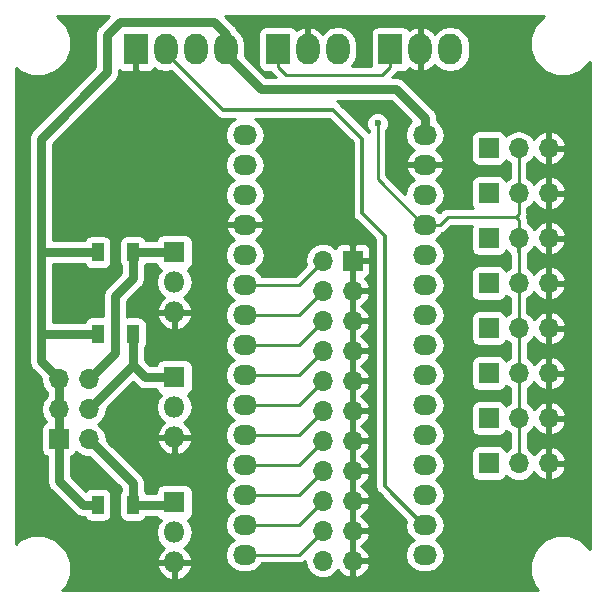
<source format=gbl>
G04 #@! TF.GenerationSoftware,KiCad,Pcbnew,(5.0.0)*
G04 #@! TF.CreationDate,2018-10-06T14:04:22-07:00*
G04 #@! TF.ProjectId,NANO IO,4E414E4F20494F2E6B696361645F7063,-*
G04 #@! TF.SameCoordinates,Original*
G04 #@! TF.FileFunction,Copper,L2,Bot,Signal*
G04 #@! TF.FilePolarity,Positive*
%FSLAX46Y46*%
G04 Gerber Fmt 4.6, Leading zero omitted, Abs format (unit mm)*
G04 Created by KiCad (PCBNEW (5.0.0)) date 10/06/18 14:04:22*
%MOMM*%
%LPD*%
G01*
G04 APERTURE LIST*
G04 #@! TA.AperFunction,ComponentPad*
%ADD10R,2.000000X2.600000*%
G04 #@! TD*
G04 #@! TA.AperFunction,ComponentPad*
%ADD11O,2.000000X2.600000*%
G04 #@! TD*
G04 #@! TA.AperFunction,ComponentPad*
%ADD12O,2.032000X1.727200*%
G04 #@! TD*
G04 #@! TA.AperFunction,ComponentPad*
%ADD13R,1.800000X1.800000*%
G04 #@! TD*
G04 #@! TA.AperFunction,ComponentPad*
%ADD14O,1.800000X1.800000*%
G04 #@! TD*
G04 #@! TA.AperFunction,SMDPad,CuDef*
%ADD15R,1.000000X1.600000*%
G04 #@! TD*
G04 #@! TA.AperFunction,ComponentPad*
%ADD16R,1.700000X1.700000*%
G04 #@! TD*
G04 #@! TA.AperFunction,ComponentPad*
%ADD17O,1.700000X1.700000*%
G04 #@! TD*
G04 #@! TA.AperFunction,ViaPad*
%ADD18C,0.600000*%
G04 #@! TD*
G04 #@! TA.AperFunction,Conductor*
%ADD19C,0.228600*%
G04 #@! TD*
G04 #@! TA.AperFunction,Conductor*
%ADD20C,0.304800*%
G04 #@! TD*
G04 #@! TA.AperFunction,Conductor*
%ADD21C,0.762000*%
G04 #@! TD*
G04 #@! TA.AperFunction,Conductor*
%ADD22C,0.254000*%
G04 #@! TD*
G04 APERTURE END LIST*
D10*
G04 #@! TO.P,J1,1*
G04 #@! TO.N,GND*
X137848737Y-65278000D03*
D11*
G04 #@! TO.P,J1,2*
G04 #@! TO.N,+3V3*
X140388737Y-65278000D03*
G04 #@! TO.P,J1,3*
G04 #@! TO.N,+5V*
X142928737Y-65278000D03*
G04 #@! TO.P,J1,4*
G04 #@! TO.N,+12V*
X145468737Y-65278000D03*
G04 #@! TD*
D12*
G04 #@! TO.P,P1,1*
G04 #@! TO.N,/1(Tx)*
X147066000Y-72517000D03*
G04 #@! TO.P,P1,2*
G04 #@! TO.N,/0(Rx)*
X147066000Y-75057000D03*
G04 #@! TO.P,P1,3*
G04 #@! TO.N,Net-(P1-Pad3)*
X147066000Y-77597000D03*
G04 #@! TO.P,P1,4*
G04 #@! TO.N,GND*
X147066000Y-80137000D03*
G04 #@! TO.P,P1,5*
G04 #@! TO.N,/2*
X147066000Y-82677000D03*
G04 #@! TO.P,P1,6*
G04 #@! TO.N,/3(\002A\002A)*
X147066000Y-85217000D03*
G04 #@! TO.P,P1,7*
G04 #@! TO.N,/4*
X147066000Y-87757000D03*
G04 #@! TO.P,P1,8*
G04 #@! TO.N,/5(\002A\002A)*
X147066000Y-90297000D03*
G04 #@! TO.P,P1,9*
G04 #@! TO.N,/6(\002A\002A)*
X147066000Y-92837000D03*
G04 #@! TO.P,P1,10*
G04 #@! TO.N,/7*
X147066000Y-95377000D03*
G04 #@! TO.P,P1,11*
G04 #@! TO.N,/8*
X147066000Y-97917000D03*
G04 #@! TO.P,P1,12*
G04 #@! TO.N,/9(\002A\002A)*
X147066000Y-100457000D03*
G04 #@! TO.P,P1,13*
G04 #@! TO.N,/10(\002A\002A/SS)*
X147066000Y-102997000D03*
G04 #@! TO.P,P1,14*
G04 #@! TO.N,/11(\002A\002A/MOSI)*
X147066000Y-105537000D03*
G04 #@! TO.P,P1,15*
G04 #@! TO.N,/12(MISO)*
X147066000Y-108077000D03*
G04 #@! TD*
G04 #@! TO.P,P2,1*
G04 #@! TO.N,+12V*
X162306000Y-72517000D03*
G04 #@! TO.P,P2,2*
G04 #@! TO.N,GND*
X162306000Y-75057000D03*
G04 #@! TO.P,P2,3*
G04 #@! TO.N,Net-(P2-Pad3)*
X162306000Y-77597000D03*
G04 #@! TO.P,P2,4*
G04 #@! TO.N,+5V*
X162306000Y-80137000D03*
G04 #@! TO.P,P2,5*
G04 #@! TO.N,/A7*
X162306000Y-82677000D03*
G04 #@! TO.P,P2,6*
G04 #@! TO.N,/A6*
X162306000Y-85217000D03*
G04 #@! TO.P,P2,7*
G04 #@! TO.N,/A5*
X162306000Y-87757000D03*
G04 #@! TO.P,P2,8*
G04 #@! TO.N,/A4*
X162306000Y-90297000D03*
G04 #@! TO.P,P2,9*
G04 #@! TO.N,/A3*
X162306000Y-92837000D03*
G04 #@! TO.P,P2,10*
G04 #@! TO.N,/A2*
X162306000Y-95377000D03*
G04 #@! TO.P,P2,11*
G04 #@! TO.N,/A1*
X162306000Y-97917000D03*
G04 #@! TO.P,P2,12*
G04 #@! TO.N,/A0*
X162306000Y-100457000D03*
G04 #@! TO.P,P2,13*
G04 #@! TO.N,/AREF*
X162306000Y-102997000D03*
G04 #@! TO.P,P2,14*
G04 #@! TO.N,+3V3*
X162306000Y-105537000D03*
G04 #@! TO.P,P2,15*
G04 #@! TO.N,/13(SCK)*
X162306000Y-108077000D03*
G04 #@! TD*
D13*
G04 #@! TO.P,Q1,1*
G04 #@! TO.N,Net-(D3-Pad2)*
X141100000Y-103660000D03*
D14*
G04 #@! TO.P,Q1,2*
G04 #@! TO.N,Net-(Q1-Pad2)*
X141100000Y-106200000D03*
G04 #@! TO.P,Q1,3*
G04 #@! TO.N,GND*
X141100000Y-108740000D03*
G04 #@! TD*
D10*
G04 #@! TO.P,J2,1*
G04 #@! TO.N,Net-(J2-Pad1)*
X149860000Y-65278000D03*
D11*
G04 #@! TO.P,J2,2*
G04 #@! TO.N,GND*
X152400000Y-65278000D03*
G04 #@! TO.P,J2,3*
G04 #@! TO.N,Net-(J2-Pad3)*
X154940000Y-65278000D03*
G04 #@! TD*
D10*
G04 #@! TO.P,J3,1*
G04 #@! TO.N,Net-(J2-Pad1)*
X159385000Y-65278000D03*
D11*
G04 #@! TO.P,J3,2*
G04 #@! TO.N,GND*
X161925000Y-65278000D03*
G04 #@! TO.P,J3,3*
G04 #@! TO.N,Net-(J2-Pad3)*
X164465000Y-65278000D03*
G04 #@! TD*
D15*
G04 #@! TO.P,D1,1*
G04 #@! TO.N,+12V*
X134600000Y-82460000D03*
G04 #@! TO.P,D1,2*
G04 #@! TO.N,Net-(D1-Pad2)*
X137600000Y-82460000D03*
G04 #@! TD*
G04 #@! TO.P,D2,1*
G04 #@! TO.N,+12V*
X134600000Y-89360000D03*
G04 #@! TO.P,D2,2*
G04 #@! TO.N,Net-(D2-Pad2)*
X137600000Y-89360000D03*
G04 #@! TD*
G04 #@! TO.P,D3,1*
G04 #@! TO.N,+12V*
X134600000Y-103860000D03*
G04 #@! TO.P,D3,2*
G04 #@! TO.N,Net-(D3-Pad2)*
X137600000Y-103860000D03*
G04 #@! TD*
D16*
G04 #@! TO.P,J4,1*
G04 #@! TO.N,GND*
X156210000Y-83185000D03*
D17*
G04 #@! TO.P,J4,2*
G04 #@! TO.N,/3(\002A\002A)*
X153670000Y-83185000D03*
G04 #@! TO.P,J4,3*
G04 #@! TO.N,GND*
X156210000Y-85725000D03*
G04 #@! TO.P,J4,4*
G04 #@! TO.N,/4*
X153670000Y-85725000D03*
G04 #@! TO.P,J4,5*
G04 #@! TO.N,GND*
X156210000Y-88265000D03*
G04 #@! TO.P,J4,6*
G04 #@! TO.N,/5(\002A\002A)*
X153670000Y-88265000D03*
G04 #@! TO.P,J4,7*
G04 #@! TO.N,GND*
X156210000Y-90805000D03*
G04 #@! TO.P,J4,8*
G04 #@! TO.N,/6(\002A\002A)*
X153670000Y-90805000D03*
G04 #@! TO.P,J4,9*
G04 #@! TO.N,GND*
X156210000Y-93345000D03*
G04 #@! TO.P,J4,10*
G04 #@! TO.N,/7*
X153670000Y-93345000D03*
G04 #@! TO.P,J4,11*
G04 #@! TO.N,GND*
X156210000Y-95885000D03*
G04 #@! TO.P,J4,12*
G04 #@! TO.N,/8*
X153670000Y-95885000D03*
G04 #@! TO.P,J4,13*
G04 #@! TO.N,GND*
X156210000Y-98425000D03*
G04 #@! TO.P,J4,14*
G04 #@! TO.N,/9(\002A\002A)*
X153670000Y-98425000D03*
G04 #@! TO.P,J4,15*
G04 #@! TO.N,GND*
X156210000Y-100965000D03*
G04 #@! TO.P,J4,16*
G04 #@! TO.N,/10(\002A\002A/SS)*
X153670000Y-100965000D03*
G04 #@! TO.P,J4,17*
G04 #@! TO.N,GND*
X156210000Y-103505000D03*
G04 #@! TO.P,J4,18*
G04 #@! TO.N,/11(\002A\002A/MOSI)*
X153670000Y-103505000D03*
G04 #@! TO.P,J4,19*
G04 #@! TO.N,GND*
X156210000Y-106045000D03*
G04 #@! TO.P,J4,20*
G04 #@! TO.N,/12(MISO)*
X153670000Y-106045000D03*
G04 #@! TO.P,J4,21*
G04 #@! TO.N,GND*
X156210000Y-108585000D03*
G04 #@! TO.P,J4,22*
G04 #@! TO.N,/13(SCK)*
X153670000Y-108585000D03*
G04 #@! TD*
D16*
G04 #@! TO.P,J6,1*
G04 #@! TO.N,/A0*
X167720000Y-100329996D03*
D17*
G04 #@! TO.P,J6,2*
G04 #@! TO.N,+5V*
X170260000Y-100329996D03*
G04 #@! TO.P,J6,3*
G04 #@! TO.N,GND*
X172800000Y-100329996D03*
G04 #@! TD*
D16*
G04 #@! TO.P,J7,1*
G04 #@! TO.N,/A1*
X167720000Y-96518568D03*
D17*
G04 #@! TO.P,J7,2*
G04 #@! TO.N,+5V*
X170260000Y-96518568D03*
G04 #@! TO.P,J7,3*
G04 #@! TO.N,GND*
X172800000Y-96518568D03*
G04 #@! TD*
D16*
G04 #@! TO.P,J8,1*
G04 #@! TO.N,/A2*
X167720000Y-92707140D03*
D17*
G04 #@! TO.P,J8,2*
G04 #@! TO.N,+5V*
X170260000Y-92707140D03*
G04 #@! TO.P,J8,3*
G04 #@! TO.N,GND*
X172800000Y-92707140D03*
G04 #@! TD*
D16*
G04 #@! TO.P,J9,1*
G04 #@! TO.N,/A3*
X167720000Y-88895712D03*
D17*
G04 #@! TO.P,J9,2*
G04 #@! TO.N,+5V*
X170260000Y-88895712D03*
G04 #@! TO.P,J9,3*
G04 #@! TO.N,GND*
X172800000Y-88895712D03*
G04 #@! TD*
D16*
G04 #@! TO.P,J10,1*
G04 #@! TO.N,/A4*
X167700000Y-85084284D03*
D17*
G04 #@! TO.P,J10,2*
G04 #@! TO.N,+5V*
X170240000Y-85084284D03*
G04 #@! TO.P,J10,3*
G04 #@! TO.N,GND*
X172780000Y-85084284D03*
G04 #@! TD*
D16*
G04 #@! TO.P,J11,1*
G04 #@! TO.N,/A5*
X167720000Y-81272856D03*
D17*
G04 #@! TO.P,J11,2*
G04 #@! TO.N,+5V*
X170260000Y-81272856D03*
G04 #@! TO.P,J11,3*
G04 #@! TO.N,GND*
X172800000Y-81272856D03*
G04 #@! TD*
D16*
G04 #@! TO.P,J12,1*
G04 #@! TO.N,/A6*
X167700000Y-77461428D03*
D17*
G04 #@! TO.P,J12,2*
G04 #@! TO.N,+5V*
X170240000Y-77461428D03*
G04 #@! TO.P,J12,3*
G04 #@! TO.N,GND*
X172780000Y-77461428D03*
G04 #@! TD*
D16*
G04 #@! TO.P,J13,1*
G04 #@! TO.N,/A7*
X167700000Y-73650000D03*
D17*
G04 #@! TO.P,J13,2*
G04 #@! TO.N,+5V*
X170240000Y-73650000D03*
G04 #@! TO.P,J13,3*
G04 #@! TO.N,GND*
X172780000Y-73650000D03*
G04 #@! TD*
D13*
G04 #@! TO.P,Q2,1*
G04 #@! TO.N,Net-(D2-Pad2)*
X141100000Y-93060000D03*
D14*
G04 #@! TO.P,Q2,2*
G04 #@! TO.N,Net-(Q2-Pad2)*
X141100000Y-95600000D03*
G04 #@! TO.P,Q2,3*
G04 #@! TO.N,GND*
X141100000Y-98140000D03*
G04 #@! TD*
D13*
G04 #@! TO.P,Q3,1*
G04 #@! TO.N,Net-(D1-Pad2)*
X141100000Y-82480000D03*
D14*
G04 #@! TO.P,Q3,2*
G04 #@! TO.N,Net-(Q3-Pad2)*
X141100000Y-85020000D03*
G04 #@! TO.P,Q3,3*
G04 #@! TO.N,GND*
X141100000Y-87560000D03*
G04 #@! TD*
D16*
G04 #@! TO.P,J5,1*
G04 #@! TO.N,+12V*
X131318000Y-98298000D03*
D17*
G04 #@! TO.P,J5,2*
G04 #@! TO.N,Net-(D3-Pad2)*
X133858000Y-98298000D03*
G04 #@! TO.P,J5,3*
G04 #@! TO.N,+12V*
X131318000Y-95758000D03*
G04 #@! TO.P,J5,4*
G04 #@! TO.N,Net-(D2-Pad2)*
X133858000Y-95758000D03*
G04 #@! TO.P,J5,5*
G04 #@! TO.N,+12V*
X131318000Y-93218000D03*
G04 #@! TO.P,J5,6*
G04 #@! TO.N,Net-(D1-Pad2)*
X133858000Y-93218000D03*
G04 #@! TD*
D18*
G04 #@! TO.N,+5V*
X158300000Y-71560000D03*
G04 #@! TD*
D19*
G04 #@! TO.N,/1(Tx)*
X147193000Y-72390000D02*
X147066000Y-72517000D01*
G04 #@! TO.N,/3(\002A\002A)*
X147066000Y-85217000D02*
X151638000Y-85217000D01*
X151638000Y-85217000D02*
X153670000Y-83185000D01*
G04 #@! TO.N,/4*
X147066000Y-87757000D02*
X151638000Y-87757000D01*
X151638000Y-87757000D02*
X153670000Y-85725000D01*
G04 #@! TO.N,/5(\002A\002A)*
X147066000Y-90297000D02*
X151638000Y-90297000D01*
X151638000Y-90297000D02*
X153670000Y-88265000D01*
G04 #@! TO.N,/6(\002A\002A)*
X147066000Y-92837000D02*
X151638000Y-92837000D01*
X151638000Y-92837000D02*
X153670000Y-90805000D01*
G04 #@! TO.N,/7*
X147066000Y-95377000D02*
X151638000Y-95377000D01*
X151638000Y-95377000D02*
X153670000Y-93345000D01*
G04 #@! TO.N,/8*
X147066000Y-97917000D02*
X151638000Y-97917000D01*
X151638000Y-97917000D02*
X153670000Y-95885000D01*
G04 #@! TO.N,/9(\002A\002A)*
X147066000Y-100457000D02*
X151638000Y-100457000D01*
X151638000Y-100457000D02*
X153670000Y-98425000D01*
G04 #@! TO.N,/10(\002A\002A/SS)*
X147066000Y-102997000D02*
X151638000Y-102997000D01*
X151638000Y-102997000D02*
X153670000Y-100965000D01*
G04 #@! TO.N,+5V*
X158300000Y-76283400D02*
X158300000Y-71560000D01*
X162306000Y-80137000D02*
X162153600Y-80137000D01*
X162153600Y-80137000D02*
X158300000Y-76283400D01*
X142928737Y-65278000D02*
X142928737Y-65578000D01*
X170260000Y-96518568D02*
X170260000Y-97720649D01*
X170260000Y-97720649D02*
X170260000Y-100329996D01*
X170260000Y-92707140D02*
X170260000Y-93909221D01*
X170260000Y-93909221D02*
X170260000Y-96518568D01*
X170260000Y-88895712D02*
X170260000Y-92707140D01*
X170240000Y-85084284D02*
X170240000Y-88875712D01*
X170240000Y-88875712D02*
X170260000Y-88895712D01*
X170260000Y-81272856D02*
X170260000Y-85064284D01*
X170260000Y-85064284D02*
X170240000Y-85084284D01*
X170240000Y-77461428D02*
X170240000Y-76259347D01*
X170240000Y-76259347D02*
X170240000Y-73650000D01*
X170000000Y-79460000D02*
X170240000Y-79220000D01*
X170240000Y-79220000D02*
X170240000Y-77461428D01*
X170000000Y-79460000D02*
X170260000Y-79720000D01*
X170260000Y-79720000D02*
X170260000Y-81272856D01*
X164227600Y-79460000D02*
X170000000Y-79460000D01*
X162306000Y-80137000D02*
X163550600Y-80137000D01*
X163550600Y-80137000D02*
X164227600Y-79460000D01*
X162306000Y-80137000D02*
X162890902Y-80137000D01*
X170180000Y-81280000D02*
X170180000Y-82482081D01*
D20*
G04 #@! TO.N,+3V3*
X154545716Y-70405716D02*
X156988789Y-72848789D01*
X140388737Y-65278000D02*
X140388737Y-65578000D01*
X162153600Y-105537000D02*
X162306000Y-105537000D01*
X145216453Y-70405716D02*
X154545716Y-70405716D01*
X140388737Y-65578000D02*
X145216453Y-70405716D01*
X156988789Y-72848789D02*
X156988789Y-79148789D01*
X156988789Y-79148789D02*
X158900000Y-81060000D01*
X158900000Y-81060000D02*
X158900000Y-102283400D01*
X158900000Y-102283400D02*
X162153600Y-105537000D01*
D19*
G04 #@! TO.N,/11(\002A\002A/MOSI)*
X147066000Y-105537000D02*
X151638000Y-105537000D01*
X151638000Y-105537000D02*
X153670000Y-103505000D01*
G04 #@! TO.N,/12(MISO)*
X147066000Y-108077000D02*
X151638000Y-108077000D01*
X151638000Y-108077000D02*
X153670000Y-106045000D01*
D21*
G04 #@! TO.N,+12V*
X145468737Y-65278000D02*
X145468737Y-63992356D01*
X129794000Y-72848895D02*
X129794000Y-82460000D01*
X145468737Y-63992356D02*
X144425241Y-62948860D01*
X144425241Y-62948860D02*
X136522530Y-62948860D01*
X136522530Y-62948860D02*
X135400000Y-64071390D01*
X135400000Y-64071390D02*
X135400000Y-67242895D01*
X135400000Y-67242895D02*
X129794000Y-72848895D01*
X145468737Y-65703457D02*
X148448737Y-68683457D01*
X148448737Y-68683457D02*
X159881187Y-68683457D01*
X159881187Y-68683457D02*
X162306000Y-71108270D01*
X162306000Y-71108270D02*
X162306000Y-72517000D01*
X129794000Y-82460000D02*
X129794000Y-89360000D01*
X134600000Y-82460000D02*
X133338000Y-82460000D01*
X133338000Y-82460000D02*
X129794000Y-82460000D01*
X129794000Y-89360000D02*
X129794000Y-90060000D01*
X134600000Y-89360000D02*
X133338000Y-89360000D01*
X133338000Y-89360000D02*
X129794000Y-89360000D01*
X134600000Y-103860000D02*
X133338000Y-103860000D01*
X131318000Y-101840000D02*
X131318000Y-99910000D01*
X133338000Y-103860000D02*
X131318000Y-101840000D01*
X131318000Y-99910000D02*
X131318000Y-98298000D01*
X131318000Y-95758000D02*
X131318000Y-98298000D01*
X131318000Y-93218000D02*
X131318000Y-95758000D01*
X129794000Y-91694000D02*
X131318000Y-93218000D01*
X131318000Y-93218000D02*
X131318000Y-98298000D01*
X129794000Y-91694000D02*
X129794000Y-90060000D01*
X129794000Y-90004000D02*
X129794000Y-90060000D01*
X131064000Y-92964000D02*
X131318000Y-93218000D01*
D19*
G04 #@! TO.N,Net-(J2-Pad1)*
X149860000Y-65278000D02*
X149860000Y-66806600D01*
X149860000Y-66806600D02*
X150539901Y-67486501D01*
X150539901Y-67486501D02*
X158658528Y-67486501D01*
X158658528Y-67486501D02*
X159385000Y-66760029D01*
X159385000Y-66760029D02*
X159385000Y-65278000D01*
D21*
G04 #@! TO.N,Net-(D1-Pad2)*
X139684345Y-82480000D02*
X139664345Y-82460000D01*
X139664345Y-82460000D02*
X137600000Y-82460000D01*
X133858000Y-93218000D02*
X136075989Y-91000011D01*
X136075989Y-91000011D02*
X136075989Y-86184011D01*
X137600000Y-84660000D02*
X137600000Y-82460000D01*
X136075989Y-86184011D02*
X137600000Y-84660000D01*
X139684345Y-82480000D02*
X141100000Y-82480000D01*
G04 #@! TO.N,Net-(D2-Pad2)*
X137600000Y-92016000D02*
X138644000Y-93060000D01*
X138644000Y-93060000D02*
X141100000Y-93060000D01*
X137600000Y-89360000D02*
X137600000Y-92016000D01*
X137600000Y-92016000D02*
X133858000Y-95758000D01*
G04 #@! TO.N,Net-(D3-Pad2)*
X137600000Y-103860000D02*
X140960465Y-103860000D01*
X140960465Y-103860000D02*
X141160465Y-103660000D01*
X141160465Y-103660000D02*
X141100000Y-103660000D01*
X137600000Y-103860000D02*
X137600000Y-102040000D01*
X137600000Y-102040000D02*
X133858000Y-98298000D01*
G04 #@! TD*
D22*
G04 #@! TO.N,GND*
G36*
X134752339Y-63282211D02*
X134667505Y-63338895D01*
X134442949Y-63674968D01*
X134418232Y-63799231D01*
X134364096Y-64071390D01*
X134384000Y-64171454D01*
X134384001Y-66822053D01*
X129146340Y-72059715D01*
X129061505Y-72116400D01*
X128836949Y-72452473D01*
X128778000Y-72748830D01*
X128758096Y-72848895D01*
X128778000Y-72948959D01*
X128778001Y-82359930D01*
X128758096Y-82460000D01*
X128778000Y-82560065D01*
X128778001Y-89259930D01*
X128758096Y-89360000D01*
X128778000Y-89460065D01*
X128778000Y-90160065D01*
X128778001Y-90160069D01*
X128778000Y-91593936D01*
X128758096Y-91694000D01*
X128778000Y-91794063D01*
X128778000Y-91794064D01*
X128836949Y-92090422D01*
X129061505Y-92426495D01*
X129146339Y-92483180D01*
X129816725Y-93153565D01*
X129803908Y-93218000D01*
X129919161Y-93797418D01*
X130247375Y-94288625D01*
X130302000Y-94325124D01*
X130302000Y-94650876D01*
X130247375Y-94687375D01*
X129919161Y-95178582D01*
X129803908Y-95758000D01*
X129919161Y-96337418D01*
X130247375Y-96828625D01*
X130265619Y-96840816D01*
X130220235Y-96849843D01*
X130010191Y-96990191D01*
X129869843Y-97200235D01*
X129820560Y-97448000D01*
X129820560Y-99148000D01*
X129869843Y-99395765D01*
X130010191Y-99605809D01*
X130220235Y-99746157D01*
X130302000Y-99762421D01*
X130302000Y-100010064D01*
X130302001Y-100010069D01*
X130302000Y-101739936D01*
X130282096Y-101840000D01*
X130302000Y-101940063D01*
X130302000Y-101940064D01*
X130360949Y-102236422D01*
X130585505Y-102572495D01*
X130670340Y-102629180D01*
X132548822Y-104507663D01*
X132605505Y-104592495D01*
X132766672Y-104700183D01*
X132941575Y-104817050D01*
X132941576Y-104817050D01*
X132941577Y-104817051D01*
X133237935Y-104876000D01*
X133337999Y-104895904D01*
X133438063Y-104876000D01*
X133495525Y-104876000D01*
X133501843Y-104907765D01*
X133642191Y-105117809D01*
X133852235Y-105258157D01*
X134100000Y-105307440D01*
X135100000Y-105307440D01*
X135347765Y-105258157D01*
X135557809Y-105117809D01*
X135698157Y-104907765D01*
X135747440Y-104660000D01*
X135747440Y-103060000D01*
X135698157Y-102812235D01*
X135557809Y-102602191D01*
X135347765Y-102461843D01*
X135100000Y-102412560D01*
X134100000Y-102412560D01*
X133852235Y-102461843D01*
X133642191Y-102602191D01*
X133592059Y-102677218D01*
X132334000Y-101419160D01*
X132334000Y-99762421D01*
X132415765Y-99746157D01*
X132625809Y-99605809D01*
X132766157Y-99395765D01*
X132775184Y-99350381D01*
X132787375Y-99368625D01*
X133278582Y-99696839D01*
X133711744Y-99783000D01*
X133906160Y-99783000D01*
X136584001Y-102460842D01*
X136584001Y-102689278D01*
X136501843Y-102812235D01*
X136452560Y-103060000D01*
X136452560Y-104660000D01*
X136501843Y-104907765D01*
X136642191Y-105117809D01*
X136852235Y-105258157D01*
X137100000Y-105307440D01*
X138100000Y-105307440D01*
X138347765Y-105258157D01*
X138557809Y-105117809D01*
X138698157Y-104907765D01*
X138704475Y-104876000D01*
X139647437Y-104876000D01*
X139742191Y-105017809D01*
X139950696Y-105157129D01*
X139654062Y-105601073D01*
X139534928Y-106200000D01*
X139654062Y-106798927D01*
X139993327Y-107306673D01*
X140249174Y-107477624D01*
X139862034Y-107832424D01*
X139608954Y-108375258D01*
X139729003Y-108613000D01*
X140973000Y-108613000D01*
X140973000Y-108593000D01*
X141227000Y-108593000D01*
X141227000Y-108613000D01*
X142470997Y-108613000D01*
X142591046Y-108375258D01*
X142337966Y-107832424D01*
X141950826Y-107477624D01*
X142206673Y-107306673D01*
X142545938Y-106798927D01*
X142665072Y-106200000D01*
X142545938Y-105601073D01*
X142249304Y-105157129D01*
X142457809Y-105017809D01*
X142598157Y-104807765D01*
X142647440Y-104560000D01*
X142647440Y-102760000D01*
X142598157Y-102512235D01*
X142457809Y-102302191D01*
X142247765Y-102161843D01*
X142000000Y-102112560D01*
X140200000Y-102112560D01*
X139952235Y-102161843D01*
X139742191Y-102302191D01*
X139601843Y-102512235D01*
X139552560Y-102760000D01*
X139552560Y-102844000D01*
X138704475Y-102844000D01*
X138698157Y-102812235D01*
X138616000Y-102689279D01*
X138616000Y-102140063D01*
X138635904Y-102039999D01*
X138611352Y-101916570D01*
X138557051Y-101643577D01*
X138332495Y-101307505D01*
X138247663Y-101250822D01*
X135501583Y-98504742D01*
X139608954Y-98504742D01*
X139862034Y-99047576D01*
X140303583Y-99452240D01*
X140735260Y-99631036D01*
X140973000Y-99510378D01*
X140973000Y-98267000D01*
X141227000Y-98267000D01*
X141227000Y-99510378D01*
X141464740Y-99631036D01*
X141896417Y-99452240D01*
X142337966Y-99047576D01*
X142591046Y-98504742D01*
X142470997Y-98267000D01*
X141227000Y-98267000D01*
X140973000Y-98267000D01*
X139729003Y-98267000D01*
X139608954Y-98504742D01*
X135501583Y-98504742D01*
X135359275Y-98362435D01*
X135372092Y-98298000D01*
X135256839Y-97718582D01*
X134928625Y-97227375D01*
X134630239Y-97028000D01*
X134928625Y-96828625D01*
X135256839Y-96337418D01*
X135372092Y-95758000D01*
X135359275Y-95693565D01*
X137600000Y-93452841D01*
X137854822Y-93707663D01*
X137911505Y-93792495D01*
X138247577Y-94017051D01*
X138543935Y-94076000D01*
X138543936Y-94076000D01*
X138644000Y-94095904D01*
X138744063Y-94076000D01*
X139575634Y-94076000D01*
X139601843Y-94207765D01*
X139742191Y-94417809D01*
X139950696Y-94557129D01*
X139654062Y-95001073D01*
X139534928Y-95600000D01*
X139654062Y-96198927D01*
X139993327Y-96706673D01*
X140249174Y-96877624D01*
X139862034Y-97232424D01*
X139608954Y-97775258D01*
X139729003Y-98013000D01*
X140973000Y-98013000D01*
X140973000Y-97993000D01*
X141227000Y-97993000D01*
X141227000Y-98013000D01*
X142470997Y-98013000D01*
X142591046Y-97775258D01*
X142337966Y-97232424D01*
X141950826Y-96877624D01*
X142206673Y-96706673D01*
X142545938Y-96198927D01*
X142665072Y-95600000D01*
X142545938Y-95001073D01*
X142249304Y-94557129D01*
X142457809Y-94417809D01*
X142598157Y-94207765D01*
X142647440Y-93960000D01*
X142647440Y-92160000D01*
X142598157Y-91912235D01*
X142457809Y-91702191D01*
X142247765Y-91561843D01*
X142000000Y-91512560D01*
X140200000Y-91512560D01*
X139952235Y-91561843D01*
X139742191Y-91702191D01*
X139601843Y-91912235D01*
X139575634Y-92044000D01*
X139064841Y-92044000D01*
X138616000Y-91595160D01*
X138616000Y-90530721D01*
X138698157Y-90407765D01*
X138747440Y-90160000D01*
X138747440Y-88560000D01*
X138698157Y-88312235D01*
X138557809Y-88102191D01*
X138347765Y-87961843D01*
X138161244Y-87924742D01*
X139608954Y-87924742D01*
X139862034Y-88467576D01*
X140303583Y-88872240D01*
X140735260Y-89051036D01*
X140973000Y-88930378D01*
X140973000Y-87687000D01*
X141227000Y-87687000D01*
X141227000Y-88930378D01*
X141464740Y-89051036D01*
X141896417Y-88872240D01*
X142337966Y-88467576D01*
X142591046Y-87924742D01*
X142470997Y-87687000D01*
X141227000Y-87687000D01*
X140973000Y-87687000D01*
X139729003Y-87687000D01*
X139608954Y-87924742D01*
X138161244Y-87924742D01*
X138100000Y-87912560D01*
X137100000Y-87912560D01*
X137091989Y-87914153D01*
X137091989Y-86604851D01*
X138247664Y-85449177D01*
X138332495Y-85392495D01*
X138557051Y-85056423D01*
X138616000Y-84760065D01*
X138616000Y-84760064D01*
X138635904Y-84660001D01*
X138616000Y-84559937D01*
X138616000Y-83630721D01*
X138698157Y-83507765D01*
X138704475Y-83476000D01*
X139483733Y-83476000D01*
X139575277Y-83494209D01*
X139601843Y-83627765D01*
X139742191Y-83837809D01*
X139950696Y-83977129D01*
X139654062Y-84421073D01*
X139534928Y-85020000D01*
X139654062Y-85618927D01*
X139993327Y-86126673D01*
X140249174Y-86297624D01*
X139862034Y-86652424D01*
X139608954Y-87195258D01*
X139729003Y-87433000D01*
X140973000Y-87433000D01*
X140973000Y-87413000D01*
X141227000Y-87413000D01*
X141227000Y-87433000D01*
X142470997Y-87433000D01*
X142591046Y-87195258D01*
X142337966Y-86652424D01*
X141950826Y-86297624D01*
X142206673Y-86126673D01*
X142545938Y-85618927D01*
X142665072Y-85020000D01*
X142545938Y-84421073D01*
X142249304Y-83977129D01*
X142457809Y-83837809D01*
X142598157Y-83627765D01*
X142647440Y-83380000D01*
X142647440Y-82677000D01*
X145385641Y-82677000D01*
X145501950Y-83261725D01*
X145833170Y-83757430D01*
X146116881Y-83947000D01*
X145833170Y-84136570D01*
X145501950Y-84632275D01*
X145385641Y-85217000D01*
X145501950Y-85801725D01*
X145833170Y-86297430D01*
X146116881Y-86487000D01*
X145833170Y-86676570D01*
X145501950Y-87172275D01*
X145385641Y-87757000D01*
X145501950Y-88341725D01*
X145833170Y-88837430D01*
X146116881Y-89027000D01*
X145833170Y-89216570D01*
X145501950Y-89712275D01*
X145385641Y-90297000D01*
X145501950Y-90881725D01*
X145833170Y-91377430D01*
X146116881Y-91567000D01*
X145833170Y-91756570D01*
X145501950Y-92252275D01*
X145385641Y-92837000D01*
X145501950Y-93421725D01*
X145833170Y-93917430D01*
X146116881Y-94107000D01*
X145833170Y-94296570D01*
X145501950Y-94792275D01*
X145385641Y-95377000D01*
X145501950Y-95961725D01*
X145833170Y-96457430D01*
X146116881Y-96647000D01*
X145833170Y-96836570D01*
X145501950Y-97332275D01*
X145385641Y-97917000D01*
X145501950Y-98501725D01*
X145833170Y-98997430D01*
X146116881Y-99187000D01*
X145833170Y-99376570D01*
X145501950Y-99872275D01*
X145385641Y-100457000D01*
X145501950Y-101041725D01*
X145833170Y-101537430D01*
X146116881Y-101727000D01*
X145833170Y-101916570D01*
X145501950Y-102412275D01*
X145385641Y-102997000D01*
X145501950Y-103581725D01*
X145833170Y-104077430D01*
X146116881Y-104267000D01*
X145833170Y-104456570D01*
X145501950Y-104952275D01*
X145385641Y-105537000D01*
X145501950Y-106121725D01*
X145833170Y-106617430D01*
X146116881Y-106807000D01*
X145833170Y-106996570D01*
X145501950Y-107492275D01*
X145385641Y-108077000D01*
X145501950Y-108661725D01*
X145833170Y-109157430D01*
X146328875Y-109488650D01*
X146766002Y-109575600D01*
X147365998Y-109575600D01*
X147803125Y-109488650D01*
X148298830Y-109157430D01*
X148520084Y-108826300D01*
X151564204Y-108826300D01*
X151638000Y-108840979D01*
X151711796Y-108826300D01*
X151711797Y-108826300D01*
X151930362Y-108782825D01*
X152164181Y-108626592D01*
X152271161Y-109164418D01*
X152599375Y-109655625D01*
X153090582Y-109983839D01*
X153523744Y-110070000D01*
X153816256Y-110070000D01*
X154249418Y-109983839D01*
X154740625Y-109655625D01*
X154941353Y-109355214D01*
X155328642Y-109780183D01*
X155853108Y-110026486D01*
X156083000Y-109905819D01*
X156083000Y-108712000D01*
X156337000Y-108712000D01*
X156337000Y-109905819D01*
X156566892Y-110026486D01*
X157091358Y-109780183D01*
X157481645Y-109351924D01*
X157651476Y-108941890D01*
X157530155Y-108712000D01*
X156337000Y-108712000D01*
X156083000Y-108712000D01*
X156063000Y-108712000D01*
X156063000Y-108458000D01*
X156083000Y-108458000D01*
X156083000Y-106172000D01*
X156337000Y-106172000D01*
X156337000Y-108458000D01*
X157530155Y-108458000D01*
X157651476Y-108228110D01*
X157481645Y-107818076D01*
X157091358Y-107389817D01*
X156932046Y-107315000D01*
X157091358Y-107240183D01*
X157481645Y-106811924D01*
X157651476Y-106401890D01*
X157530155Y-106172000D01*
X156337000Y-106172000D01*
X156083000Y-106172000D01*
X156063000Y-106172000D01*
X156063000Y-105918000D01*
X156083000Y-105918000D01*
X156083000Y-103632000D01*
X156337000Y-103632000D01*
X156337000Y-105918000D01*
X157530155Y-105918000D01*
X157651476Y-105688110D01*
X157481645Y-105278076D01*
X157091358Y-104849817D01*
X156932046Y-104775000D01*
X157091358Y-104700183D01*
X157481645Y-104271924D01*
X157651476Y-103861890D01*
X157530155Y-103632000D01*
X156337000Y-103632000D01*
X156083000Y-103632000D01*
X156063000Y-103632000D01*
X156063000Y-103378000D01*
X156083000Y-103378000D01*
X156083000Y-101092000D01*
X156337000Y-101092000D01*
X156337000Y-103378000D01*
X157530155Y-103378000D01*
X157651476Y-103148110D01*
X157481645Y-102738076D01*
X157091358Y-102309817D01*
X156932046Y-102235000D01*
X157091358Y-102160183D01*
X157481645Y-101731924D01*
X157651476Y-101321890D01*
X157530155Y-101092000D01*
X156337000Y-101092000D01*
X156083000Y-101092000D01*
X156063000Y-101092000D01*
X156063000Y-100838000D01*
X156083000Y-100838000D01*
X156083000Y-98552000D01*
X156337000Y-98552000D01*
X156337000Y-100838000D01*
X157530155Y-100838000D01*
X157651476Y-100608110D01*
X157481645Y-100198076D01*
X157091358Y-99769817D01*
X156932046Y-99695000D01*
X157091358Y-99620183D01*
X157481645Y-99191924D01*
X157651476Y-98781890D01*
X157530155Y-98552000D01*
X156337000Y-98552000D01*
X156083000Y-98552000D01*
X156063000Y-98552000D01*
X156063000Y-98298000D01*
X156083000Y-98298000D01*
X156083000Y-96012000D01*
X156337000Y-96012000D01*
X156337000Y-98298000D01*
X157530155Y-98298000D01*
X157651476Y-98068110D01*
X157481645Y-97658076D01*
X157091358Y-97229817D01*
X156932046Y-97155000D01*
X157091358Y-97080183D01*
X157481645Y-96651924D01*
X157651476Y-96241890D01*
X157530155Y-96012000D01*
X156337000Y-96012000D01*
X156083000Y-96012000D01*
X156063000Y-96012000D01*
X156063000Y-95758000D01*
X156083000Y-95758000D01*
X156083000Y-93472000D01*
X156337000Y-93472000D01*
X156337000Y-95758000D01*
X157530155Y-95758000D01*
X157651476Y-95528110D01*
X157481645Y-95118076D01*
X157091358Y-94689817D01*
X156932046Y-94615000D01*
X157091358Y-94540183D01*
X157481645Y-94111924D01*
X157651476Y-93701890D01*
X157530155Y-93472000D01*
X156337000Y-93472000D01*
X156083000Y-93472000D01*
X156063000Y-93472000D01*
X156063000Y-93218000D01*
X156083000Y-93218000D01*
X156083000Y-90932000D01*
X156337000Y-90932000D01*
X156337000Y-93218000D01*
X157530155Y-93218000D01*
X157651476Y-92988110D01*
X157481645Y-92578076D01*
X157091358Y-92149817D01*
X156932046Y-92075000D01*
X157091358Y-92000183D01*
X157481645Y-91571924D01*
X157651476Y-91161890D01*
X157530155Y-90932000D01*
X156337000Y-90932000D01*
X156083000Y-90932000D01*
X156063000Y-90932000D01*
X156063000Y-90678000D01*
X156083000Y-90678000D01*
X156083000Y-88392000D01*
X156337000Y-88392000D01*
X156337000Y-90678000D01*
X157530155Y-90678000D01*
X157651476Y-90448110D01*
X157481645Y-90038076D01*
X157091358Y-89609817D01*
X156932046Y-89535000D01*
X157091358Y-89460183D01*
X157481645Y-89031924D01*
X157651476Y-88621890D01*
X157530155Y-88392000D01*
X156337000Y-88392000D01*
X156083000Y-88392000D01*
X156063000Y-88392000D01*
X156063000Y-88138000D01*
X156083000Y-88138000D01*
X156083000Y-85852000D01*
X156337000Y-85852000D01*
X156337000Y-88138000D01*
X157530155Y-88138000D01*
X157651476Y-87908110D01*
X157481645Y-87498076D01*
X157091358Y-87069817D01*
X156932046Y-86995000D01*
X157091358Y-86920183D01*
X157481645Y-86491924D01*
X157651476Y-86081890D01*
X157530155Y-85852000D01*
X156337000Y-85852000D01*
X156083000Y-85852000D01*
X156063000Y-85852000D01*
X156063000Y-85598000D01*
X156083000Y-85598000D01*
X156083000Y-83312000D01*
X156337000Y-83312000D01*
X156337000Y-85598000D01*
X157530155Y-85598000D01*
X157651476Y-85368110D01*
X157481645Y-84958076D01*
X157210122Y-84660136D01*
X157419698Y-84573327D01*
X157598327Y-84394699D01*
X157695000Y-84161310D01*
X157695000Y-83470750D01*
X157536250Y-83312000D01*
X156337000Y-83312000D01*
X156083000Y-83312000D01*
X156063000Y-83312000D01*
X156063000Y-83058000D01*
X156083000Y-83058000D01*
X156083000Y-81858750D01*
X156337000Y-81858750D01*
X156337000Y-83058000D01*
X157536250Y-83058000D01*
X157695000Y-82899250D01*
X157695000Y-82208690D01*
X157598327Y-81975301D01*
X157419698Y-81796673D01*
X157186309Y-81700000D01*
X156495750Y-81700000D01*
X156337000Y-81858750D01*
X156083000Y-81858750D01*
X155924250Y-81700000D01*
X155233691Y-81700000D01*
X155000302Y-81796673D01*
X154821673Y-81975301D01*
X154755096Y-82136032D01*
X154740625Y-82114375D01*
X154249418Y-81786161D01*
X153816256Y-81700000D01*
X153523744Y-81700000D01*
X153090582Y-81786161D01*
X152599375Y-82114375D01*
X152271161Y-82605582D01*
X152155908Y-83185000D01*
X152231301Y-83564029D01*
X151327631Y-84467700D01*
X148520084Y-84467700D01*
X148298830Y-84136570D01*
X148015119Y-83947000D01*
X148298830Y-83757430D01*
X148630050Y-83261725D01*
X148746359Y-82677000D01*
X148630050Y-82092275D01*
X148298830Y-81596570D01*
X148009268Y-81403090D01*
X148416732Y-81039036D01*
X148670709Y-80511791D01*
X148673358Y-80496026D01*
X148552217Y-80264000D01*
X147193000Y-80264000D01*
X147193000Y-80284000D01*
X146939000Y-80284000D01*
X146939000Y-80264000D01*
X145579783Y-80264000D01*
X145458642Y-80496026D01*
X145461291Y-80511791D01*
X145715268Y-81039036D01*
X146122732Y-81403090D01*
X145833170Y-81596570D01*
X145501950Y-82092275D01*
X145385641Y-82677000D01*
X142647440Y-82677000D01*
X142647440Y-81580000D01*
X142598157Y-81332235D01*
X142457809Y-81122191D01*
X142247765Y-80981843D01*
X142000000Y-80932560D01*
X140200000Y-80932560D01*
X139952235Y-80981843D01*
X139742191Y-81122191D01*
X139601843Y-81332235D01*
X139580243Y-81440825D01*
X139564282Y-81444000D01*
X138704475Y-81444000D01*
X138698157Y-81412235D01*
X138557809Y-81202191D01*
X138347765Y-81061843D01*
X138100000Y-81012560D01*
X137100000Y-81012560D01*
X136852235Y-81061843D01*
X136642191Y-81202191D01*
X136501843Y-81412235D01*
X136452560Y-81660000D01*
X136452560Y-83260000D01*
X136501843Y-83507765D01*
X136584000Y-83630721D01*
X136584000Y-84239159D01*
X135428326Y-85394833D01*
X135343495Y-85451516D01*
X135286812Y-85536348D01*
X135118939Y-85787588D01*
X135040085Y-86184011D01*
X135059990Y-86284079D01*
X135059990Y-87912560D01*
X134100000Y-87912560D01*
X133852235Y-87961843D01*
X133642191Y-88102191D01*
X133501843Y-88312235D01*
X133495525Y-88344000D01*
X130810000Y-88344000D01*
X130810000Y-83476000D01*
X133495525Y-83476000D01*
X133501843Y-83507765D01*
X133642191Y-83717809D01*
X133852235Y-83858157D01*
X134100000Y-83907440D01*
X135100000Y-83907440D01*
X135347765Y-83858157D01*
X135557809Y-83717809D01*
X135698157Y-83507765D01*
X135747440Y-83260000D01*
X135747440Y-81660000D01*
X135698157Y-81412235D01*
X135557809Y-81202191D01*
X135347765Y-81061843D01*
X135100000Y-81012560D01*
X134100000Y-81012560D01*
X133852235Y-81061843D01*
X133642191Y-81202191D01*
X133501843Y-81412235D01*
X133495525Y-81444000D01*
X130810000Y-81444000D01*
X130810000Y-73269735D01*
X136047663Y-68032073D01*
X136132495Y-67975390D01*
X136357051Y-67639318D01*
X136416000Y-67342960D01*
X136435904Y-67242896D01*
X136416000Y-67142832D01*
X136416000Y-67043288D01*
X136489039Y-67116327D01*
X136722428Y-67213000D01*
X137562987Y-67213000D01*
X137721737Y-67054250D01*
X137721737Y-65405000D01*
X137701737Y-65405000D01*
X137701737Y-65151000D01*
X137721737Y-65151000D01*
X137721737Y-65131000D01*
X137975737Y-65131000D01*
X137975737Y-65151000D01*
X137995737Y-65151000D01*
X137995737Y-65405000D01*
X137975737Y-65405000D01*
X137975737Y-67054250D01*
X138134487Y-67213000D01*
X138975046Y-67213000D01*
X139208435Y-67116327D01*
X139387064Y-66937699D01*
X139407372Y-66888670D01*
X139750793Y-67118136D01*
X140388737Y-67245031D01*
X140850389Y-67153203D01*
X144604839Y-70907654D01*
X144648769Y-70973400D01*
X144816557Y-71085512D01*
X144909223Y-71147430D01*
X144909224Y-71147430D01*
X144909225Y-71147431D01*
X145138901Y-71193116D01*
X145216452Y-71208542D01*
X145294003Y-71193116D01*
X146197524Y-71193116D01*
X145833170Y-71436570D01*
X145501950Y-71932275D01*
X145385641Y-72517000D01*
X145501950Y-73101725D01*
X145833170Y-73597430D01*
X146116881Y-73787000D01*
X145833170Y-73976570D01*
X145501950Y-74472275D01*
X145385641Y-75057000D01*
X145501950Y-75641725D01*
X145833170Y-76137430D01*
X146116881Y-76327000D01*
X145833170Y-76516570D01*
X145501950Y-77012275D01*
X145385641Y-77597000D01*
X145501950Y-78181725D01*
X145833170Y-78677430D01*
X146122732Y-78870910D01*
X145715268Y-79234964D01*
X145461291Y-79762209D01*
X145458642Y-79777974D01*
X145579783Y-80010000D01*
X146939000Y-80010000D01*
X146939000Y-79990000D01*
X147193000Y-79990000D01*
X147193000Y-80010000D01*
X148552217Y-80010000D01*
X148673358Y-79777974D01*
X148670709Y-79762209D01*
X148416732Y-79234964D01*
X148009268Y-78870910D01*
X148298830Y-78677430D01*
X148630050Y-78181725D01*
X148746359Y-77597000D01*
X148630050Y-77012275D01*
X148298830Y-76516570D01*
X148015119Y-76327000D01*
X148298830Y-76137430D01*
X148630050Y-75641725D01*
X148746359Y-75057000D01*
X148630050Y-74472275D01*
X148298830Y-73976570D01*
X148015119Y-73787000D01*
X148298830Y-73597430D01*
X148630050Y-73101725D01*
X148746359Y-72517000D01*
X148630050Y-71932275D01*
X148298830Y-71436570D01*
X147934476Y-71193116D01*
X154219565Y-71193116D01*
X156201389Y-73174941D01*
X156201390Y-79071233D01*
X156185963Y-79148789D01*
X156233486Y-79387700D01*
X156247075Y-79456017D01*
X156421106Y-79716473D01*
X156486852Y-79760403D01*
X158112600Y-81386151D01*
X158112601Y-102205844D01*
X158097174Y-102283400D01*
X158154679Y-102572495D01*
X158158286Y-102590628D01*
X158332317Y-102851084D01*
X158398063Y-102895014D01*
X160694396Y-105191347D01*
X160625641Y-105537000D01*
X160741950Y-106121725D01*
X161073170Y-106617430D01*
X161356881Y-106807000D01*
X161073170Y-106996570D01*
X160741950Y-107492275D01*
X160625641Y-108077000D01*
X160741950Y-108661725D01*
X161073170Y-109157430D01*
X161568875Y-109488650D01*
X162006002Y-109575600D01*
X162605998Y-109575600D01*
X163043125Y-109488650D01*
X163538830Y-109157430D01*
X163870050Y-108661725D01*
X163986359Y-108077000D01*
X163870050Y-107492275D01*
X163538830Y-106996570D01*
X163255119Y-106807000D01*
X163538830Y-106617430D01*
X163870050Y-106121725D01*
X163986359Y-105537000D01*
X163870050Y-104952275D01*
X163538830Y-104456570D01*
X163255119Y-104267000D01*
X163538830Y-104077430D01*
X163870050Y-103581725D01*
X163986359Y-102997000D01*
X163870050Y-102412275D01*
X163538830Y-101916570D01*
X163255119Y-101727000D01*
X163538830Y-101537430D01*
X163870050Y-101041725D01*
X163986359Y-100457000D01*
X163870050Y-99872275D01*
X163538830Y-99376570D01*
X163255119Y-99187000D01*
X163538830Y-98997430D01*
X163870050Y-98501725D01*
X163986359Y-97917000D01*
X163870050Y-97332275D01*
X163538830Y-96836570D01*
X163255119Y-96647000D01*
X163538830Y-96457430D01*
X163870050Y-95961725D01*
X163986359Y-95377000D01*
X163870050Y-94792275D01*
X163538830Y-94296570D01*
X163255119Y-94107000D01*
X163538830Y-93917430D01*
X163870050Y-93421725D01*
X163986359Y-92837000D01*
X163870050Y-92252275D01*
X163538830Y-91756570D01*
X163255119Y-91567000D01*
X163538830Y-91377430D01*
X163870050Y-90881725D01*
X163986359Y-90297000D01*
X163870050Y-89712275D01*
X163538830Y-89216570D01*
X163255119Y-89027000D01*
X163538830Y-88837430D01*
X163870050Y-88341725D01*
X163986359Y-87757000D01*
X163870050Y-87172275D01*
X163538830Y-86676570D01*
X163255119Y-86487000D01*
X163538830Y-86297430D01*
X163870050Y-85801725D01*
X163986359Y-85217000D01*
X163870050Y-84632275D01*
X163538830Y-84136570D01*
X163255119Y-83947000D01*
X163538830Y-83757430D01*
X163870050Y-83261725D01*
X163986359Y-82677000D01*
X163870050Y-82092275D01*
X163538830Y-81596570D01*
X163255119Y-81407000D01*
X163538830Y-81217430D01*
X163780883Y-80855173D01*
X163842962Y-80842825D01*
X164090815Y-80677215D01*
X164132620Y-80614649D01*
X164537970Y-80209300D01*
X166265038Y-80209300D01*
X166222560Y-80422856D01*
X166222560Y-82122856D01*
X166271843Y-82370621D01*
X166412191Y-82580665D01*
X166622235Y-82721013D01*
X166870000Y-82770296D01*
X168570000Y-82770296D01*
X168817765Y-82721013D01*
X169027809Y-82580665D01*
X169168157Y-82370621D01*
X169177184Y-82325237D01*
X169189375Y-82343481D01*
X169430701Y-82504730D01*
X169430701Y-82555878D01*
X169474176Y-82774443D01*
X169510700Y-82829106D01*
X169510701Y-83785593D01*
X169169375Y-84013659D01*
X169157184Y-84031903D01*
X169148157Y-83986519D01*
X169007809Y-83776475D01*
X168797765Y-83636127D01*
X168550000Y-83586844D01*
X166850000Y-83586844D01*
X166602235Y-83636127D01*
X166392191Y-83776475D01*
X166251843Y-83986519D01*
X166202560Y-84234284D01*
X166202560Y-85934284D01*
X166251843Y-86182049D01*
X166392191Y-86392093D01*
X166602235Y-86532441D01*
X166850000Y-86581724D01*
X168550000Y-86581724D01*
X168797765Y-86532441D01*
X169007809Y-86392093D01*
X169148157Y-86182049D01*
X169157184Y-86136665D01*
X169169375Y-86154909D01*
X169490700Y-86369612D01*
X169490701Y-87623748D01*
X169189375Y-87825087D01*
X169177184Y-87843331D01*
X169168157Y-87797947D01*
X169027809Y-87587903D01*
X168817765Y-87447555D01*
X168570000Y-87398272D01*
X166870000Y-87398272D01*
X166622235Y-87447555D01*
X166412191Y-87587903D01*
X166271843Y-87797947D01*
X166222560Y-88045712D01*
X166222560Y-89745712D01*
X166271843Y-89993477D01*
X166412191Y-90203521D01*
X166622235Y-90343869D01*
X166870000Y-90393152D01*
X168570000Y-90393152D01*
X168817765Y-90343869D01*
X169027809Y-90203521D01*
X169168157Y-89993477D01*
X169177184Y-89948093D01*
X169189375Y-89966337D01*
X169510700Y-90181040D01*
X169510701Y-91421812D01*
X169189375Y-91636515D01*
X169177184Y-91654759D01*
X169168157Y-91609375D01*
X169027809Y-91399331D01*
X168817765Y-91258983D01*
X168570000Y-91209700D01*
X166870000Y-91209700D01*
X166622235Y-91258983D01*
X166412191Y-91399331D01*
X166271843Y-91609375D01*
X166222560Y-91857140D01*
X166222560Y-93557140D01*
X166271843Y-93804905D01*
X166412191Y-94014949D01*
X166622235Y-94155297D01*
X166870000Y-94204580D01*
X168570000Y-94204580D01*
X168817765Y-94155297D01*
X169027809Y-94014949D01*
X169168157Y-93804905D01*
X169177184Y-93759521D01*
X169189375Y-93777765D01*
X169510700Y-93992468D01*
X169510701Y-95233240D01*
X169189375Y-95447943D01*
X169177184Y-95466187D01*
X169168157Y-95420803D01*
X169027809Y-95210759D01*
X168817765Y-95070411D01*
X168570000Y-95021128D01*
X166870000Y-95021128D01*
X166622235Y-95070411D01*
X166412191Y-95210759D01*
X166271843Y-95420803D01*
X166222560Y-95668568D01*
X166222560Y-97368568D01*
X166271843Y-97616333D01*
X166412191Y-97826377D01*
X166622235Y-97966725D01*
X166870000Y-98016008D01*
X168570000Y-98016008D01*
X168817765Y-97966725D01*
X169027809Y-97826377D01*
X169168157Y-97616333D01*
X169177184Y-97570949D01*
X169189375Y-97589193D01*
X169510700Y-97803896D01*
X169510701Y-99044668D01*
X169189375Y-99259371D01*
X169177184Y-99277615D01*
X169168157Y-99232231D01*
X169027809Y-99022187D01*
X168817765Y-98881839D01*
X168570000Y-98832556D01*
X166870000Y-98832556D01*
X166622235Y-98881839D01*
X166412191Y-99022187D01*
X166271843Y-99232231D01*
X166222560Y-99479996D01*
X166222560Y-101179996D01*
X166271843Y-101427761D01*
X166412191Y-101637805D01*
X166622235Y-101778153D01*
X166870000Y-101827436D01*
X168570000Y-101827436D01*
X168817765Y-101778153D01*
X169027809Y-101637805D01*
X169168157Y-101427761D01*
X169177184Y-101382377D01*
X169189375Y-101400621D01*
X169680582Y-101728835D01*
X170113744Y-101814996D01*
X170406256Y-101814996D01*
X170839418Y-101728835D01*
X171330625Y-101400621D01*
X171543843Y-101081518D01*
X171604817Y-101211354D01*
X172033076Y-101601641D01*
X172443110Y-101771472D01*
X172673000Y-101650151D01*
X172673000Y-100456996D01*
X172927000Y-100456996D01*
X172927000Y-101650151D01*
X173156890Y-101771472D01*
X173566924Y-101601641D01*
X173995183Y-101211354D01*
X174241486Y-100686888D01*
X174120819Y-100456996D01*
X172927000Y-100456996D01*
X172673000Y-100456996D01*
X172653000Y-100456996D01*
X172653000Y-100202996D01*
X172673000Y-100202996D01*
X172673000Y-99009841D01*
X172927000Y-99009841D01*
X172927000Y-100202996D01*
X174120819Y-100202996D01*
X174241486Y-99973104D01*
X173995183Y-99448638D01*
X173566924Y-99058351D01*
X173156890Y-98888520D01*
X172927000Y-99009841D01*
X172673000Y-99009841D01*
X172443110Y-98888520D01*
X172033076Y-99058351D01*
X171604817Y-99448638D01*
X171543843Y-99578474D01*
X171330625Y-99259371D01*
X171009300Y-99044669D01*
X171009300Y-97803895D01*
X171330625Y-97589193D01*
X171543843Y-97270090D01*
X171604817Y-97399926D01*
X172033076Y-97790213D01*
X172443110Y-97960044D01*
X172673000Y-97838723D01*
X172673000Y-96645568D01*
X172927000Y-96645568D01*
X172927000Y-97838723D01*
X173156890Y-97960044D01*
X173566924Y-97790213D01*
X173995183Y-97399926D01*
X174241486Y-96875460D01*
X174120819Y-96645568D01*
X172927000Y-96645568D01*
X172673000Y-96645568D01*
X172653000Y-96645568D01*
X172653000Y-96391568D01*
X172673000Y-96391568D01*
X172673000Y-95198413D01*
X172927000Y-95198413D01*
X172927000Y-96391568D01*
X174120819Y-96391568D01*
X174241486Y-96161676D01*
X173995183Y-95637210D01*
X173566924Y-95246923D01*
X173156890Y-95077092D01*
X172927000Y-95198413D01*
X172673000Y-95198413D01*
X172443110Y-95077092D01*
X172033076Y-95246923D01*
X171604817Y-95637210D01*
X171543843Y-95767046D01*
X171330625Y-95447943D01*
X171009300Y-95233241D01*
X171009300Y-93992467D01*
X171330625Y-93777765D01*
X171543843Y-93458662D01*
X171604817Y-93588498D01*
X172033076Y-93978785D01*
X172443110Y-94148616D01*
X172673000Y-94027295D01*
X172673000Y-92834140D01*
X172927000Y-92834140D01*
X172927000Y-94027295D01*
X173156890Y-94148616D01*
X173566924Y-93978785D01*
X173995183Y-93588498D01*
X174241486Y-93064032D01*
X174120819Y-92834140D01*
X172927000Y-92834140D01*
X172673000Y-92834140D01*
X172653000Y-92834140D01*
X172653000Y-92580140D01*
X172673000Y-92580140D01*
X172673000Y-91386985D01*
X172927000Y-91386985D01*
X172927000Y-92580140D01*
X174120819Y-92580140D01*
X174241486Y-92350248D01*
X173995183Y-91825782D01*
X173566924Y-91435495D01*
X173156890Y-91265664D01*
X172927000Y-91386985D01*
X172673000Y-91386985D01*
X172443110Y-91265664D01*
X172033076Y-91435495D01*
X171604817Y-91825782D01*
X171543843Y-91955618D01*
X171330625Y-91636515D01*
X171009300Y-91421813D01*
X171009300Y-90181039D01*
X171330625Y-89966337D01*
X171543843Y-89647234D01*
X171604817Y-89777070D01*
X172033076Y-90167357D01*
X172443110Y-90337188D01*
X172673000Y-90215867D01*
X172673000Y-89022712D01*
X172927000Y-89022712D01*
X172927000Y-90215867D01*
X173156890Y-90337188D01*
X173566924Y-90167357D01*
X173995183Y-89777070D01*
X174241486Y-89252604D01*
X174120819Y-89022712D01*
X172927000Y-89022712D01*
X172673000Y-89022712D01*
X172653000Y-89022712D01*
X172653000Y-88768712D01*
X172673000Y-88768712D01*
X172673000Y-87575557D01*
X172927000Y-87575557D01*
X172927000Y-88768712D01*
X174120819Y-88768712D01*
X174241486Y-88538820D01*
X173995183Y-88014354D01*
X173566924Y-87624067D01*
X173156890Y-87454236D01*
X172927000Y-87575557D01*
X172673000Y-87575557D01*
X172443110Y-87454236D01*
X172033076Y-87624067D01*
X171604817Y-88014354D01*
X171543843Y-88144190D01*
X171330625Y-87825087D01*
X170989300Y-87597021D01*
X170989300Y-86369611D01*
X171310625Y-86154909D01*
X171523843Y-85835806D01*
X171584817Y-85965642D01*
X172013076Y-86355929D01*
X172423110Y-86525760D01*
X172653000Y-86404439D01*
X172653000Y-85211284D01*
X172907000Y-85211284D01*
X172907000Y-86404439D01*
X173136890Y-86525760D01*
X173546924Y-86355929D01*
X173975183Y-85965642D01*
X174221486Y-85441176D01*
X174100819Y-85211284D01*
X172907000Y-85211284D01*
X172653000Y-85211284D01*
X172633000Y-85211284D01*
X172633000Y-84957284D01*
X172653000Y-84957284D01*
X172653000Y-83764129D01*
X172907000Y-83764129D01*
X172907000Y-84957284D01*
X174100819Y-84957284D01*
X174221486Y-84727392D01*
X173975183Y-84202926D01*
X173546924Y-83812639D01*
X173136890Y-83642808D01*
X172907000Y-83764129D01*
X172653000Y-83764129D01*
X172423110Y-83642808D01*
X172013076Y-83812639D01*
X171584817Y-84202926D01*
X171523843Y-84332762D01*
X171310625Y-84013659D01*
X171009300Y-83812320D01*
X171009300Y-82558183D01*
X171330625Y-82343481D01*
X171543843Y-82024378D01*
X171604817Y-82154214D01*
X172033076Y-82544501D01*
X172443110Y-82714332D01*
X172673000Y-82593011D01*
X172673000Y-81399856D01*
X172927000Y-81399856D01*
X172927000Y-82593011D01*
X173156890Y-82714332D01*
X173566924Y-82544501D01*
X173995183Y-82154214D01*
X174241486Y-81629748D01*
X174120819Y-81399856D01*
X172927000Y-81399856D01*
X172673000Y-81399856D01*
X172653000Y-81399856D01*
X172653000Y-81145856D01*
X172673000Y-81145856D01*
X172673000Y-79952701D01*
X172927000Y-79952701D01*
X172927000Y-81145856D01*
X174120819Y-81145856D01*
X174241486Y-80915964D01*
X173995183Y-80391498D01*
X173566924Y-80001211D01*
X173156890Y-79831380D01*
X172927000Y-79952701D01*
X172673000Y-79952701D01*
X172443110Y-79831380D01*
X172033076Y-80001211D01*
X171604817Y-80391498D01*
X171543843Y-80521334D01*
X171330625Y-80202231D01*
X171009300Y-79987529D01*
X171009300Y-79793797D01*
X171023979Y-79720000D01*
X170965825Y-79427638D01*
X170963400Y-79424008D01*
X170989300Y-79293797D01*
X170989300Y-79293796D01*
X171003979Y-79220001D01*
X170989300Y-79146205D01*
X170989300Y-78746755D01*
X171310625Y-78532053D01*
X171523843Y-78212950D01*
X171584817Y-78342786D01*
X172013076Y-78733073D01*
X172423110Y-78902904D01*
X172653000Y-78781583D01*
X172653000Y-77588428D01*
X172907000Y-77588428D01*
X172907000Y-78781583D01*
X173136890Y-78902904D01*
X173546924Y-78733073D01*
X173975183Y-78342786D01*
X174221486Y-77818320D01*
X174100819Y-77588428D01*
X172907000Y-77588428D01*
X172653000Y-77588428D01*
X172633000Y-77588428D01*
X172633000Y-77334428D01*
X172653000Y-77334428D01*
X172653000Y-76141273D01*
X172907000Y-76141273D01*
X172907000Y-77334428D01*
X174100819Y-77334428D01*
X174221486Y-77104536D01*
X173975183Y-76580070D01*
X173546924Y-76189783D01*
X173136890Y-76019952D01*
X172907000Y-76141273D01*
X172653000Y-76141273D01*
X172423110Y-76019952D01*
X172013076Y-76189783D01*
X171584817Y-76580070D01*
X171523843Y-76709906D01*
X171310625Y-76390803D01*
X170989300Y-76176101D01*
X170989300Y-74935327D01*
X171310625Y-74720625D01*
X171523843Y-74401522D01*
X171584817Y-74531358D01*
X172013076Y-74921645D01*
X172423110Y-75091476D01*
X172653000Y-74970155D01*
X172653000Y-73777000D01*
X172907000Y-73777000D01*
X172907000Y-74970155D01*
X173136890Y-75091476D01*
X173546924Y-74921645D01*
X173975183Y-74531358D01*
X174221486Y-74006892D01*
X174100819Y-73777000D01*
X172907000Y-73777000D01*
X172653000Y-73777000D01*
X172633000Y-73777000D01*
X172633000Y-73523000D01*
X172653000Y-73523000D01*
X172653000Y-72329845D01*
X172907000Y-72329845D01*
X172907000Y-73523000D01*
X174100819Y-73523000D01*
X174221486Y-73293108D01*
X173975183Y-72768642D01*
X173546924Y-72378355D01*
X173136890Y-72208524D01*
X172907000Y-72329845D01*
X172653000Y-72329845D01*
X172423110Y-72208524D01*
X172013076Y-72378355D01*
X171584817Y-72768642D01*
X171523843Y-72898478D01*
X171310625Y-72579375D01*
X170819418Y-72251161D01*
X170386256Y-72165000D01*
X170093744Y-72165000D01*
X169660582Y-72251161D01*
X169169375Y-72579375D01*
X169157184Y-72597619D01*
X169148157Y-72552235D01*
X169007809Y-72342191D01*
X168797765Y-72201843D01*
X168550000Y-72152560D01*
X166850000Y-72152560D01*
X166602235Y-72201843D01*
X166392191Y-72342191D01*
X166251843Y-72552235D01*
X166202560Y-72800000D01*
X166202560Y-74500000D01*
X166251843Y-74747765D01*
X166392191Y-74957809D01*
X166602235Y-75098157D01*
X166850000Y-75147440D01*
X168550000Y-75147440D01*
X168797765Y-75098157D01*
X169007809Y-74957809D01*
X169148157Y-74747765D01*
X169157184Y-74702381D01*
X169169375Y-74720625D01*
X169490701Y-74935328D01*
X169490700Y-76176100D01*
X169169375Y-76390803D01*
X169157184Y-76409047D01*
X169148157Y-76363663D01*
X169007809Y-76153619D01*
X168797765Y-76013271D01*
X168550000Y-75963988D01*
X166850000Y-75963988D01*
X166602235Y-76013271D01*
X166392191Y-76153619D01*
X166251843Y-76363663D01*
X166202560Y-76611428D01*
X166202560Y-78311428D01*
X166251843Y-78559193D01*
X166353078Y-78710700D01*
X164301397Y-78710700D01*
X164227600Y-78696021D01*
X163935237Y-78754175D01*
X163835388Y-78820892D01*
X163687385Y-78919785D01*
X163645582Y-78982348D01*
X163551860Y-79076070D01*
X163538830Y-79056570D01*
X163255119Y-78867000D01*
X163538830Y-78677430D01*
X163870050Y-78181725D01*
X163986359Y-77597000D01*
X163870050Y-77012275D01*
X163538830Y-76516570D01*
X163249268Y-76323090D01*
X163656732Y-75959036D01*
X163910709Y-75431791D01*
X163913358Y-75416026D01*
X163792217Y-75184000D01*
X162433000Y-75184000D01*
X162433000Y-75204000D01*
X162179000Y-75204000D01*
X162179000Y-75184000D01*
X160819783Y-75184000D01*
X160698642Y-75416026D01*
X160701291Y-75431791D01*
X160955268Y-75959036D01*
X161362732Y-76323090D01*
X161073170Y-76516570D01*
X160741950Y-77012275D01*
X160633543Y-77557273D01*
X159049300Y-75973031D01*
X159049300Y-72132990D01*
X159092655Y-72089635D01*
X159235000Y-71745983D01*
X159235000Y-71374017D01*
X159092655Y-71030365D01*
X158829635Y-70767345D01*
X158485983Y-70625000D01*
X158114017Y-70625000D01*
X157770365Y-70767345D01*
X157507345Y-71030365D01*
X157365000Y-71374017D01*
X157365000Y-71745983D01*
X157507345Y-72089635D01*
X157550701Y-72132991D01*
X157550701Y-72277248D01*
X157490727Y-72237175D01*
X155157332Y-69903781D01*
X155113400Y-69838032D01*
X154906008Y-69699457D01*
X159460347Y-69699457D01*
X161147676Y-71386787D01*
X161073170Y-71436570D01*
X160741950Y-71932275D01*
X160625641Y-72517000D01*
X160741950Y-73101725D01*
X161073170Y-73597430D01*
X161362732Y-73790910D01*
X160955268Y-74154964D01*
X160701291Y-74682209D01*
X160698642Y-74697974D01*
X160819783Y-74930000D01*
X162179000Y-74930000D01*
X162179000Y-74910000D01*
X162433000Y-74910000D01*
X162433000Y-74930000D01*
X163792217Y-74930000D01*
X163913358Y-74697974D01*
X163910709Y-74682209D01*
X163656732Y-74154964D01*
X163249268Y-73790910D01*
X163538830Y-73597430D01*
X163870050Y-73101725D01*
X163986359Y-72517000D01*
X163870050Y-71932275D01*
X163538830Y-71436570D01*
X163322000Y-71291689D01*
X163322000Y-71208333D01*
X163341904Y-71108269D01*
X163301999Y-70907654D01*
X163263051Y-70711847D01*
X163038495Y-70375775D01*
X162953664Y-70319093D01*
X160670367Y-68035797D01*
X160613682Y-67950962D01*
X160277610Y-67726406D01*
X159981252Y-67667457D01*
X159981250Y-67667457D01*
X159881187Y-67647553D01*
X159781124Y-67667457D01*
X159537241Y-67667457D01*
X159862651Y-67342047D01*
X159925215Y-67300244D01*
X159975197Y-67225440D01*
X160385000Y-67225440D01*
X160632765Y-67176157D01*
X160842809Y-67035809D01*
X160950099Y-66875240D01*
X161416645Y-67137144D01*
X161544566Y-67168124D01*
X161798000Y-67048777D01*
X161798000Y-65405000D01*
X161778000Y-65405000D01*
X161778000Y-65151000D01*
X161798000Y-65151000D01*
X161798000Y-63507223D01*
X162052000Y-63507223D01*
X162052000Y-65151000D01*
X162072000Y-65151000D01*
X162072000Y-65405000D01*
X162052000Y-65405000D01*
X162052000Y-67048777D01*
X162305434Y-67168124D01*
X162433355Y-67137144D01*
X162991317Y-66823922D01*
X163175048Y-66590371D01*
X163286231Y-66756769D01*
X163827056Y-67118136D01*
X164465000Y-67245031D01*
X165102945Y-67118136D01*
X165643769Y-66756769D01*
X166005136Y-66215945D01*
X166100000Y-65739030D01*
X166100000Y-64816969D01*
X166005136Y-64340055D01*
X165643769Y-63799231D01*
X165102944Y-63437864D01*
X164465000Y-63310969D01*
X163827055Y-63437864D01*
X163286231Y-63799231D01*
X163175048Y-63965629D01*
X162991317Y-63732078D01*
X162433355Y-63418856D01*
X162305434Y-63387876D01*
X162052000Y-63507223D01*
X161798000Y-63507223D01*
X161544566Y-63387876D01*
X161416645Y-63418856D01*
X160950099Y-63680760D01*
X160842809Y-63520191D01*
X160632765Y-63379843D01*
X160385000Y-63330560D01*
X158385000Y-63330560D01*
X158137235Y-63379843D01*
X157927191Y-63520191D01*
X157786843Y-63730235D01*
X157737560Y-63978000D01*
X157737560Y-66578000D01*
X157769227Y-66737201D01*
X156131844Y-66737201D01*
X156480136Y-66215945D01*
X156575000Y-65739030D01*
X156575000Y-64816969D01*
X156480136Y-64340055D01*
X156118769Y-63799231D01*
X155577944Y-63437864D01*
X154940000Y-63310969D01*
X154302055Y-63437864D01*
X153761231Y-63799231D01*
X153650048Y-63965629D01*
X153466317Y-63732078D01*
X152908355Y-63418856D01*
X152780434Y-63387876D01*
X152527000Y-63507223D01*
X152527000Y-65151000D01*
X152547000Y-65151000D01*
X152547000Y-65405000D01*
X152527000Y-65405000D01*
X152527000Y-65425000D01*
X152273000Y-65425000D01*
X152273000Y-65405000D01*
X152253000Y-65405000D01*
X152253000Y-65151000D01*
X152273000Y-65151000D01*
X152273000Y-63507223D01*
X152019566Y-63387876D01*
X151891645Y-63418856D01*
X151425099Y-63680760D01*
X151317809Y-63520191D01*
X151107765Y-63379843D01*
X150860000Y-63330560D01*
X148860000Y-63330560D01*
X148612235Y-63379843D01*
X148402191Y-63520191D01*
X148261843Y-63730235D01*
X148212560Y-63978000D01*
X148212560Y-66578000D01*
X148261843Y-66825765D01*
X148402191Y-67035809D01*
X148612235Y-67176157D01*
X148860000Y-67225440D01*
X149238686Y-67225440D01*
X149319786Y-67346815D01*
X149382349Y-67388618D01*
X149661188Y-67667457D01*
X148869578Y-67667457D01*
X147076762Y-65874642D01*
X147103737Y-65739030D01*
X147103737Y-64816969D01*
X147008873Y-64340055D01*
X146647506Y-63799231D01*
X146438440Y-63659538D01*
X146425788Y-63595933D01*
X146201232Y-63259861D01*
X146116397Y-63203176D01*
X145358221Y-62445000D01*
X172376415Y-62445000D01*
X171628991Y-63192424D01*
X171205000Y-64216029D01*
X171205000Y-65323971D01*
X171628991Y-66347576D01*
X172412424Y-67131009D01*
X173436029Y-67555000D01*
X174543971Y-67555000D01*
X175567576Y-67131009D01*
X176315001Y-66383584D01*
X176315000Y-107606415D01*
X175567576Y-106858991D01*
X174543971Y-106435000D01*
X173436029Y-106435000D01*
X172412424Y-106858991D01*
X171628991Y-107642424D01*
X171205000Y-108666029D01*
X171205000Y-109773971D01*
X171628991Y-110797576D01*
X171906415Y-111075000D01*
X131623585Y-111075000D01*
X131901009Y-110797576D01*
X132325000Y-109773971D01*
X132325000Y-109104742D01*
X139608954Y-109104742D01*
X139862034Y-109647576D01*
X140303583Y-110052240D01*
X140735260Y-110231036D01*
X140973000Y-110110378D01*
X140973000Y-108867000D01*
X141227000Y-108867000D01*
X141227000Y-110110378D01*
X141464740Y-110231036D01*
X141896417Y-110052240D01*
X142337966Y-109647576D01*
X142591046Y-109104742D01*
X142470997Y-108867000D01*
X141227000Y-108867000D01*
X140973000Y-108867000D01*
X139729003Y-108867000D01*
X139608954Y-109104742D01*
X132325000Y-109104742D01*
X132325000Y-108666029D01*
X131901009Y-107642424D01*
X131117576Y-106858991D01*
X130093971Y-106435000D01*
X128986029Y-106435000D01*
X127962424Y-106858991D01*
X127685000Y-107136415D01*
X127685000Y-66853585D01*
X127962424Y-67131009D01*
X128986029Y-67555000D01*
X130093971Y-67555000D01*
X131117576Y-67131009D01*
X131901009Y-66347576D01*
X132325000Y-65323971D01*
X132325000Y-64216029D01*
X131901009Y-63192424D01*
X131153585Y-62445000D01*
X135589549Y-62445000D01*
X134752339Y-63282211D01*
X134752339Y-63282211D01*
G37*
X134752339Y-63282211D02*
X134667505Y-63338895D01*
X134442949Y-63674968D01*
X134418232Y-63799231D01*
X134364096Y-64071390D01*
X134384000Y-64171454D01*
X134384001Y-66822053D01*
X129146340Y-72059715D01*
X129061505Y-72116400D01*
X128836949Y-72452473D01*
X128778000Y-72748830D01*
X128758096Y-72848895D01*
X128778000Y-72948959D01*
X128778001Y-82359930D01*
X128758096Y-82460000D01*
X128778000Y-82560065D01*
X128778001Y-89259930D01*
X128758096Y-89360000D01*
X128778000Y-89460065D01*
X128778000Y-90160065D01*
X128778001Y-90160069D01*
X128778000Y-91593936D01*
X128758096Y-91694000D01*
X128778000Y-91794063D01*
X128778000Y-91794064D01*
X128836949Y-92090422D01*
X129061505Y-92426495D01*
X129146339Y-92483180D01*
X129816725Y-93153565D01*
X129803908Y-93218000D01*
X129919161Y-93797418D01*
X130247375Y-94288625D01*
X130302000Y-94325124D01*
X130302000Y-94650876D01*
X130247375Y-94687375D01*
X129919161Y-95178582D01*
X129803908Y-95758000D01*
X129919161Y-96337418D01*
X130247375Y-96828625D01*
X130265619Y-96840816D01*
X130220235Y-96849843D01*
X130010191Y-96990191D01*
X129869843Y-97200235D01*
X129820560Y-97448000D01*
X129820560Y-99148000D01*
X129869843Y-99395765D01*
X130010191Y-99605809D01*
X130220235Y-99746157D01*
X130302000Y-99762421D01*
X130302000Y-100010064D01*
X130302001Y-100010069D01*
X130302000Y-101739936D01*
X130282096Y-101840000D01*
X130302000Y-101940063D01*
X130302000Y-101940064D01*
X130360949Y-102236422D01*
X130585505Y-102572495D01*
X130670340Y-102629180D01*
X132548822Y-104507663D01*
X132605505Y-104592495D01*
X132766672Y-104700183D01*
X132941575Y-104817050D01*
X132941576Y-104817050D01*
X132941577Y-104817051D01*
X133237935Y-104876000D01*
X133337999Y-104895904D01*
X133438063Y-104876000D01*
X133495525Y-104876000D01*
X133501843Y-104907765D01*
X133642191Y-105117809D01*
X133852235Y-105258157D01*
X134100000Y-105307440D01*
X135100000Y-105307440D01*
X135347765Y-105258157D01*
X135557809Y-105117809D01*
X135698157Y-104907765D01*
X135747440Y-104660000D01*
X135747440Y-103060000D01*
X135698157Y-102812235D01*
X135557809Y-102602191D01*
X135347765Y-102461843D01*
X135100000Y-102412560D01*
X134100000Y-102412560D01*
X133852235Y-102461843D01*
X133642191Y-102602191D01*
X133592059Y-102677218D01*
X132334000Y-101419160D01*
X132334000Y-99762421D01*
X132415765Y-99746157D01*
X132625809Y-99605809D01*
X132766157Y-99395765D01*
X132775184Y-99350381D01*
X132787375Y-99368625D01*
X133278582Y-99696839D01*
X133711744Y-99783000D01*
X133906160Y-99783000D01*
X136584001Y-102460842D01*
X136584001Y-102689278D01*
X136501843Y-102812235D01*
X136452560Y-103060000D01*
X136452560Y-104660000D01*
X136501843Y-104907765D01*
X136642191Y-105117809D01*
X136852235Y-105258157D01*
X137100000Y-105307440D01*
X138100000Y-105307440D01*
X138347765Y-105258157D01*
X138557809Y-105117809D01*
X138698157Y-104907765D01*
X138704475Y-104876000D01*
X139647437Y-104876000D01*
X139742191Y-105017809D01*
X139950696Y-105157129D01*
X139654062Y-105601073D01*
X139534928Y-106200000D01*
X139654062Y-106798927D01*
X139993327Y-107306673D01*
X140249174Y-107477624D01*
X139862034Y-107832424D01*
X139608954Y-108375258D01*
X139729003Y-108613000D01*
X140973000Y-108613000D01*
X140973000Y-108593000D01*
X141227000Y-108593000D01*
X141227000Y-108613000D01*
X142470997Y-108613000D01*
X142591046Y-108375258D01*
X142337966Y-107832424D01*
X141950826Y-107477624D01*
X142206673Y-107306673D01*
X142545938Y-106798927D01*
X142665072Y-106200000D01*
X142545938Y-105601073D01*
X142249304Y-105157129D01*
X142457809Y-105017809D01*
X142598157Y-104807765D01*
X142647440Y-104560000D01*
X142647440Y-102760000D01*
X142598157Y-102512235D01*
X142457809Y-102302191D01*
X142247765Y-102161843D01*
X142000000Y-102112560D01*
X140200000Y-102112560D01*
X139952235Y-102161843D01*
X139742191Y-102302191D01*
X139601843Y-102512235D01*
X139552560Y-102760000D01*
X139552560Y-102844000D01*
X138704475Y-102844000D01*
X138698157Y-102812235D01*
X138616000Y-102689279D01*
X138616000Y-102140063D01*
X138635904Y-102039999D01*
X138611352Y-101916570D01*
X138557051Y-101643577D01*
X138332495Y-101307505D01*
X138247663Y-101250822D01*
X135501583Y-98504742D01*
X139608954Y-98504742D01*
X139862034Y-99047576D01*
X140303583Y-99452240D01*
X140735260Y-99631036D01*
X140973000Y-99510378D01*
X140973000Y-98267000D01*
X141227000Y-98267000D01*
X141227000Y-99510378D01*
X141464740Y-99631036D01*
X141896417Y-99452240D01*
X142337966Y-99047576D01*
X142591046Y-98504742D01*
X142470997Y-98267000D01*
X141227000Y-98267000D01*
X140973000Y-98267000D01*
X139729003Y-98267000D01*
X139608954Y-98504742D01*
X135501583Y-98504742D01*
X135359275Y-98362435D01*
X135372092Y-98298000D01*
X135256839Y-97718582D01*
X134928625Y-97227375D01*
X134630239Y-97028000D01*
X134928625Y-96828625D01*
X135256839Y-96337418D01*
X135372092Y-95758000D01*
X135359275Y-95693565D01*
X137600000Y-93452841D01*
X137854822Y-93707663D01*
X137911505Y-93792495D01*
X138247577Y-94017051D01*
X138543935Y-94076000D01*
X138543936Y-94076000D01*
X138644000Y-94095904D01*
X138744063Y-94076000D01*
X139575634Y-94076000D01*
X139601843Y-94207765D01*
X139742191Y-94417809D01*
X139950696Y-94557129D01*
X139654062Y-95001073D01*
X139534928Y-95600000D01*
X139654062Y-96198927D01*
X139993327Y-96706673D01*
X140249174Y-96877624D01*
X139862034Y-97232424D01*
X139608954Y-97775258D01*
X139729003Y-98013000D01*
X140973000Y-98013000D01*
X140973000Y-97993000D01*
X141227000Y-97993000D01*
X141227000Y-98013000D01*
X142470997Y-98013000D01*
X142591046Y-97775258D01*
X142337966Y-97232424D01*
X141950826Y-96877624D01*
X142206673Y-96706673D01*
X142545938Y-96198927D01*
X142665072Y-95600000D01*
X142545938Y-95001073D01*
X142249304Y-94557129D01*
X142457809Y-94417809D01*
X142598157Y-94207765D01*
X142647440Y-93960000D01*
X142647440Y-92160000D01*
X142598157Y-91912235D01*
X142457809Y-91702191D01*
X142247765Y-91561843D01*
X142000000Y-91512560D01*
X140200000Y-91512560D01*
X139952235Y-91561843D01*
X139742191Y-91702191D01*
X139601843Y-91912235D01*
X139575634Y-92044000D01*
X139064841Y-92044000D01*
X138616000Y-91595160D01*
X138616000Y-90530721D01*
X138698157Y-90407765D01*
X138747440Y-90160000D01*
X138747440Y-88560000D01*
X138698157Y-88312235D01*
X138557809Y-88102191D01*
X138347765Y-87961843D01*
X138161244Y-87924742D01*
X139608954Y-87924742D01*
X139862034Y-88467576D01*
X140303583Y-88872240D01*
X140735260Y-89051036D01*
X140973000Y-88930378D01*
X140973000Y-87687000D01*
X141227000Y-87687000D01*
X141227000Y-88930378D01*
X141464740Y-89051036D01*
X141896417Y-88872240D01*
X142337966Y-88467576D01*
X142591046Y-87924742D01*
X142470997Y-87687000D01*
X141227000Y-87687000D01*
X140973000Y-87687000D01*
X139729003Y-87687000D01*
X139608954Y-87924742D01*
X138161244Y-87924742D01*
X138100000Y-87912560D01*
X137100000Y-87912560D01*
X137091989Y-87914153D01*
X137091989Y-86604851D01*
X138247664Y-85449177D01*
X138332495Y-85392495D01*
X138557051Y-85056423D01*
X138616000Y-84760065D01*
X138616000Y-84760064D01*
X138635904Y-84660001D01*
X138616000Y-84559937D01*
X138616000Y-83630721D01*
X138698157Y-83507765D01*
X138704475Y-83476000D01*
X139483733Y-83476000D01*
X139575277Y-83494209D01*
X139601843Y-83627765D01*
X139742191Y-83837809D01*
X139950696Y-83977129D01*
X139654062Y-84421073D01*
X139534928Y-85020000D01*
X139654062Y-85618927D01*
X139993327Y-86126673D01*
X140249174Y-86297624D01*
X139862034Y-86652424D01*
X139608954Y-87195258D01*
X139729003Y-87433000D01*
X140973000Y-87433000D01*
X140973000Y-87413000D01*
X141227000Y-87413000D01*
X141227000Y-87433000D01*
X142470997Y-87433000D01*
X142591046Y-87195258D01*
X142337966Y-86652424D01*
X141950826Y-86297624D01*
X142206673Y-86126673D01*
X142545938Y-85618927D01*
X142665072Y-85020000D01*
X142545938Y-84421073D01*
X142249304Y-83977129D01*
X142457809Y-83837809D01*
X142598157Y-83627765D01*
X142647440Y-83380000D01*
X142647440Y-82677000D01*
X145385641Y-82677000D01*
X145501950Y-83261725D01*
X145833170Y-83757430D01*
X146116881Y-83947000D01*
X145833170Y-84136570D01*
X145501950Y-84632275D01*
X145385641Y-85217000D01*
X145501950Y-85801725D01*
X145833170Y-86297430D01*
X146116881Y-86487000D01*
X145833170Y-86676570D01*
X145501950Y-87172275D01*
X145385641Y-87757000D01*
X145501950Y-88341725D01*
X145833170Y-88837430D01*
X146116881Y-89027000D01*
X145833170Y-89216570D01*
X145501950Y-89712275D01*
X145385641Y-90297000D01*
X145501950Y-90881725D01*
X145833170Y-91377430D01*
X146116881Y-91567000D01*
X145833170Y-91756570D01*
X145501950Y-92252275D01*
X145385641Y-92837000D01*
X145501950Y-93421725D01*
X145833170Y-93917430D01*
X146116881Y-94107000D01*
X145833170Y-94296570D01*
X145501950Y-94792275D01*
X145385641Y-95377000D01*
X145501950Y-95961725D01*
X145833170Y-96457430D01*
X146116881Y-96647000D01*
X145833170Y-96836570D01*
X145501950Y-97332275D01*
X145385641Y-97917000D01*
X145501950Y-98501725D01*
X145833170Y-98997430D01*
X146116881Y-99187000D01*
X145833170Y-99376570D01*
X145501950Y-99872275D01*
X145385641Y-100457000D01*
X145501950Y-101041725D01*
X145833170Y-101537430D01*
X146116881Y-101727000D01*
X145833170Y-101916570D01*
X145501950Y-102412275D01*
X145385641Y-102997000D01*
X145501950Y-103581725D01*
X145833170Y-104077430D01*
X146116881Y-104267000D01*
X145833170Y-104456570D01*
X145501950Y-104952275D01*
X145385641Y-105537000D01*
X145501950Y-106121725D01*
X145833170Y-106617430D01*
X146116881Y-106807000D01*
X145833170Y-106996570D01*
X145501950Y-107492275D01*
X145385641Y-108077000D01*
X145501950Y-108661725D01*
X145833170Y-109157430D01*
X146328875Y-109488650D01*
X146766002Y-109575600D01*
X147365998Y-109575600D01*
X147803125Y-109488650D01*
X148298830Y-109157430D01*
X148520084Y-108826300D01*
X151564204Y-108826300D01*
X151638000Y-108840979D01*
X151711796Y-108826300D01*
X151711797Y-108826300D01*
X151930362Y-108782825D01*
X152164181Y-108626592D01*
X152271161Y-109164418D01*
X152599375Y-109655625D01*
X153090582Y-109983839D01*
X153523744Y-110070000D01*
X153816256Y-110070000D01*
X154249418Y-109983839D01*
X154740625Y-109655625D01*
X154941353Y-109355214D01*
X155328642Y-109780183D01*
X155853108Y-110026486D01*
X156083000Y-109905819D01*
X156083000Y-108712000D01*
X156337000Y-108712000D01*
X156337000Y-109905819D01*
X156566892Y-110026486D01*
X157091358Y-109780183D01*
X157481645Y-109351924D01*
X157651476Y-108941890D01*
X157530155Y-108712000D01*
X156337000Y-108712000D01*
X156083000Y-108712000D01*
X156063000Y-108712000D01*
X156063000Y-108458000D01*
X156083000Y-108458000D01*
X156083000Y-106172000D01*
X156337000Y-106172000D01*
X156337000Y-108458000D01*
X157530155Y-108458000D01*
X157651476Y-108228110D01*
X157481645Y-107818076D01*
X157091358Y-107389817D01*
X156932046Y-107315000D01*
X157091358Y-107240183D01*
X157481645Y-106811924D01*
X157651476Y-106401890D01*
X157530155Y-106172000D01*
X156337000Y-106172000D01*
X156083000Y-106172000D01*
X156063000Y-106172000D01*
X156063000Y-105918000D01*
X156083000Y-105918000D01*
X156083000Y-103632000D01*
X156337000Y-103632000D01*
X156337000Y-105918000D01*
X157530155Y-105918000D01*
X157651476Y-105688110D01*
X157481645Y-105278076D01*
X157091358Y-104849817D01*
X156932046Y-104775000D01*
X157091358Y-104700183D01*
X157481645Y-104271924D01*
X157651476Y-103861890D01*
X157530155Y-103632000D01*
X156337000Y-103632000D01*
X156083000Y-103632000D01*
X156063000Y-103632000D01*
X156063000Y-103378000D01*
X156083000Y-103378000D01*
X156083000Y-101092000D01*
X156337000Y-101092000D01*
X156337000Y-103378000D01*
X157530155Y-103378000D01*
X157651476Y-103148110D01*
X157481645Y-102738076D01*
X157091358Y-102309817D01*
X156932046Y-102235000D01*
X157091358Y-102160183D01*
X157481645Y-101731924D01*
X157651476Y-101321890D01*
X157530155Y-101092000D01*
X156337000Y-101092000D01*
X156083000Y-101092000D01*
X156063000Y-101092000D01*
X156063000Y-100838000D01*
X156083000Y-100838000D01*
X156083000Y-98552000D01*
X156337000Y-98552000D01*
X156337000Y-100838000D01*
X157530155Y-100838000D01*
X157651476Y-100608110D01*
X157481645Y-100198076D01*
X157091358Y-99769817D01*
X156932046Y-99695000D01*
X157091358Y-99620183D01*
X157481645Y-99191924D01*
X157651476Y-98781890D01*
X157530155Y-98552000D01*
X156337000Y-98552000D01*
X156083000Y-98552000D01*
X156063000Y-98552000D01*
X156063000Y-98298000D01*
X156083000Y-98298000D01*
X156083000Y-96012000D01*
X156337000Y-96012000D01*
X156337000Y-98298000D01*
X157530155Y-98298000D01*
X157651476Y-98068110D01*
X157481645Y-97658076D01*
X157091358Y-97229817D01*
X156932046Y-97155000D01*
X157091358Y-97080183D01*
X157481645Y-96651924D01*
X157651476Y-96241890D01*
X157530155Y-96012000D01*
X156337000Y-96012000D01*
X156083000Y-96012000D01*
X156063000Y-96012000D01*
X156063000Y-95758000D01*
X156083000Y-95758000D01*
X156083000Y-93472000D01*
X156337000Y-93472000D01*
X156337000Y-95758000D01*
X157530155Y-95758000D01*
X157651476Y-95528110D01*
X157481645Y-95118076D01*
X157091358Y-94689817D01*
X156932046Y-94615000D01*
X157091358Y-94540183D01*
X157481645Y-94111924D01*
X157651476Y-93701890D01*
X157530155Y-93472000D01*
X156337000Y-93472000D01*
X156083000Y-93472000D01*
X156063000Y-93472000D01*
X156063000Y-93218000D01*
X156083000Y-93218000D01*
X156083000Y-90932000D01*
X156337000Y-90932000D01*
X156337000Y-93218000D01*
X157530155Y-93218000D01*
X157651476Y-92988110D01*
X157481645Y-92578076D01*
X157091358Y-92149817D01*
X156932046Y-92075000D01*
X157091358Y-92000183D01*
X157481645Y-91571924D01*
X157651476Y-91161890D01*
X157530155Y-90932000D01*
X156337000Y-90932000D01*
X156083000Y-90932000D01*
X156063000Y-90932000D01*
X156063000Y-90678000D01*
X156083000Y-90678000D01*
X156083000Y-88392000D01*
X156337000Y-88392000D01*
X156337000Y-90678000D01*
X157530155Y-90678000D01*
X157651476Y-90448110D01*
X157481645Y-90038076D01*
X157091358Y-89609817D01*
X156932046Y-89535000D01*
X157091358Y-89460183D01*
X157481645Y-89031924D01*
X157651476Y-88621890D01*
X157530155Y-88392000D01*
X156337000Y-88392000D01*
X156083000Y-88392000D01*
X156063000Y-88392000D01*
X156063000Y-88138000D01*
X156083000Y-88138000D01*
X156083000Y-85852000D01*
X156337000Y-85852000D01*
X156337000Y-88138000D01*
X157530155Y-88138000D01*
X157651476Y-87908110D01*
X157481645Y-87498076D01*
X157091358Y-87069817D01*
X156932046Y-86995000D01*
X157091358Y-86920183D01*
X157481645Y-86491924D01*
X157651476Y-86081890D01*
X157530155Y-85852000D01*
X156337000Y-85852000D01*
X156083000Y-85852000D01*
X156063000Y-85852000D01*
X156063000Y-85598000D01*
X156083000Y-85598000D01*
X156083000Y-83312000D01*
X156337000Y-83312000D01*
X156337000Y-85598000D01*
X157530155Y-85598000D01*
X157651476Y-85368110D01*
X157481645Y-84958076D01*
X157210122Y-84660136D01*
X157419698Y-84573327D01*
X157598327Y-84394699D01*
X157695000Y-84161310D01*
X157695000Y-83470750D01*
X157536250Y-83312000D01*
X156337000Y-83312000D01*
X156083000Y-83312000D01*
X156063000Y-83312000D01*
X156063000Y-83058000D01*
X156083000Y-83058000D01*
X156083000Y-81858750D01*
X156337000Y-81858750D01*
X156337000Y-83058000D01*
X157536250Y-83058000D01*
X157695000Y-82899250D01*
X157695000Y-82208690D01*
X157598327Y-81975301D01*
X157419698Y-81796673D01*
X157186309Y-81700000D01*
X156495750Y-81700000D01*
X156337000Y-81858750D01*
X156083000Y-81858750D01*
X155924250Y-81700000D01*
X155233691Y-81700000D01*
X155000302Y-81796673D01*
X154821673Y-81975301D01*
X154755096Y-82136032D01*
X154740625Y-82114375D01*
X154249418Y-81786161D01*
X153816256Y-81700000D01*
X153523744Y-81700000D01*
X153090582Y-81786161D01*
X152599375Y-82114375D01*
X152271161Y-82605582D01*
X152155908Y-83185000D01*
X152231301Y-83564029D01*
X151327631Y-84467700D01*
X148520084Y-84467700D01*
X148298830Y-84136570D01*
X148015119Y-83947000D01*
X148298830Y-83757430D01*
X148630050Y-83261725D01*
X148746359Y-82677000D01*
X148630050Y-82092275D01*
X148298830Y-81596570D01*
X148009268Y-81403090D01*
X148416732Y-81039036D01*
X148670709Y-80511791D01*
X148673358Y-80496026D01*
X148552217Y-80264000D01*
X147193000Y-80264000D01*
X147193000Y-80284000D01*
X146939000Y-80284000D01*
X146939000Y-80264000D01*
X145579783Y-80264000D01*
X145458642Y-80496026D01*
X145461291Y-80511791D01*
X145715268Y-81039036D01*
X146122732Y-81403090D01*
X145833170Y-81596570D01*
X145501950Y-82092275D01*
X145385641Y-82677000D01*
X142647440Y-82677000D01*
X142647440Y-81580000D01*
X142598157Y-81332235D01*
X142457809Y-81122191D01*
X142247765Y-80981843D01*
X142000000Y-80932560D01*
X140200000Y-80932560D01*
X139952235Y-80981843D01*
X139742191Y-81122191D01*
X139601843Y-81332235D01*
X139580243Y-81440825D01*
X139564282Y-81444000D01*
X138704475Y-81444000D01*
X138698157Y-81412235D01*
X138557809Y-81202191D01*
X138347765Y-81061843D01*
X138100000Y-81012560D01*
X137100000Y-81012560D01*
X136852235Y-81061843D01*
X136642191Y-81202191D01*
X136501843Y-81412235D01*
X136452560Y-81660000D01*
X136452560Y-83260000D01*
X136501843Y-83507765D01*
X136584000Y-83630721D01*
X136584000Y-84239159D01*
X135428326Y-85394833D01*
X135343495Y-85451516D01*
X135286812Y-85536348D01*
X135118939Y-85787588D01*
X135040085Y-86184011D01*
X135059990Y-86284079D01*
X135059990Y-87912560D01*
X134100000Y-87912560D01*
X133852235Y-87961843D01*
X133642191Y-88102191D01*
X133501843Y-88312235D01*
X133495525Y-88344000D01*
X130810000Y-88344000D01*
X130810000Y-83476000D01*
X133495525Y-83476000D01*
X133501843Y-83507765D01*
X133642191Y-83717809D01*
X133852235Y-83858157D01*
X134100000Y-83907440D01*
X135100000Y-83907440D01*
X135347765Y-83858157D01*
X135557809Y-83717809D01*
X135698157Y-83507765D01*
X135747440Y-83260000D01*
X135747440Y-81660000D01*
X135698157Y-81412235D01*
X135557809Y-81202191D01*
X135347765Y-81061843D01*
X135100000Y-81012560D01*
X134100000Y-81012560D01*
X133852235Y-81061843D01*
X133642191Y-81202191D01*
X133501843Y-81412235D01*
X133495525Y-81444000D01*
X130810000Y-81444000D01*
X130810000Y-73269735D01*
X136047663Y-68032073D01*
X136132495Y-67975390D01*
X136357051Y-67639318D01*
X136416000Y-67342960D01*
X136435904Y-67242896D01*
X136416000Y-67142832D01*
X136416000Y-67043288D01*
X136489039Y-67116327D01*
X136722428Y-67213000D01*
X137562987Y-67213000D01*
X137721737Y-67054250D01*
X137721737Y-65405000D01*
X137701737Y-65405000D01*
X137701737Y-65151000D01*
X137721737Y-65151000D01*
X137721737Y-65131000D01*
X137975737Y-65131000D01*
X137975737Y-65151000D01*
X137995737Y-65151000D01*
X137995737Y-65405000D01*
X137975737Y-65405000D01*
X137975737Y-67054250D01*
X138134487Y-67213000D01*
X138975046Y-67213000D01*
X139208435Y-67116327D01*
X139387064Y-66937699D01*
X139407372Y-66888670D01*
X139750793Y-67118136D01*
X140388737Y-67245031D01*
X140850389Y-67153203D01*
X144604839Y-70907654D01*
X144648769Y-70973400D01*
X144816557Y-71085512D01*
X144909223Y-71147430D01*
X144909224Y-71147430D01*
X144909225Y-71147431D01*
X145138901Y-71193116D01*
X145216452Y-71208542D01*
X145294003Y-71193116D01*
X146197524Y-71193116D01*
X145833170Y-71436570D01*
X145501950Y-71932275D01*
X145385641Y-72517000D01*
X145501950Y-73101725D01*
X145833170Y-73597430D01*
X146116881Y-73787000D01*
X145833170Y-73976570D01*
X145501950Y-74472275D01*
X145385641Y-75057000D01*
X145501950Y-75641725D01*
X145833170Y-76137430D01*
X146116881Y-76327000D01*
X145833170Y-76516570D01*
X145501950Y-77012275D01*
X145385641Y-77597000D01*
X145501950Y-78181725D01*
X145833170Y-78677430D01*
X146122732Y-78870910D01*
X145715268Y-79234964D01*
X145461291Y-79762209D01*
X145458642Y-79777974D01*
X145579783Y-80010000D01*
X146939000Y-80010000D01*
X146939000Y-79990000D01*
X147193000Y-79990000D01*
X147193000Y-80010000D01*
X148552217Y-80010000D01*
X148673358Y-79777974D01*
X148670709Y-79762209D01*
X148416732Y-79234964D01*
X148009268Y-78870910D01*
X148298830Y-78677430D01*
X148630050Y-78181725D01*
X148746359Y-77597000D01*
X148630050Y-77012275D01*
X148298830Y-76516570D01*
X148015119Y-76327000D01*
X148298830Y-76137430D01*
X148630050Y-75641725D01*
X148746359Y-75057000D01*
X148630050Y-74472275D01*
X148298830Y-73976570D01*
X148015119Y-73787000D01*
X148298830Y-73597430D01*
X148630050Y-73101725D01*
X148746359Y-72517000D01*
X148630050Y-71932275D01*
X148298830Y-71436570D01*
X147934476Y-71193116D01*
X154219565Y-71193116D01*
X156201389Y-73174941D01*
X156201390Y-79071233D01*
X156185963Y-79148789D01*
X156233486Y-79387700D01*
X156247075Y-79456017D01*
X156421106Y-79716473D01*
X156486852Y-79760403D01*
X158112600Y-81386151D01*
X158112601Y-102205844D01*
X158097174Y-102283400D01*
X158154679Y-102572495D01*
X158158286Y-102590628D01*
X158332317Y-102851084D01*
X158398063Y-102895014D01*
X160694396Y-105191347D01*
X160625641Y-105537000D01*
X160741950Y-106121725D01*
X161073170Y-106617430D01*
X161356881Y-106807000D01*
X161073170Y-106996570D01*
X160741950Y-107492275D01*
X160625641Y-108077000D01*
X160741950Y-108661725D01*
X161073170Y-109157430D01*
X161568875Y-109488650D01*
X162006002Y-109575600D01*
X162605998Y-109575600D01*
X163043125Y-109488650D01*
X163538830Y-109157430D01*
X163870050Y-108661725D01*
X163986359Y-108077000D01*
X163870050Y-107492275D01*
X163538830Y-106996570D01*
X163255119Y-106807000D01*
X163538830Y-106617430D01*
X163870050Y-106121725D01*
X163986359Y-105537000D01*
X163870050Y-104952275D01*
X163538830Y-104456570D01*
X163255119Y-104267000D01*
X163538830Y-104077430D01*
X163870050Y-103581725D01*
X163986359Y-102997000D01*
X163870050Y-102412275D01*
X163538830Y-101916570D01*
X163255119Y-101727000D01*
X163538830Y-101537430D01*
X163870050Y-101041725D01*
X163986359Y-100457000D01*
X163870050Y-99872275D01*
X163538830Y-99376570D01*
X163255119Y-99187000D01*
X163538830Y-98997430D01*
X163870050Y-98501725D01*
X163986359Y-97917000D01*
X163870050Y-97332275D01*
X163538830Y-96836570D01*
X163255119Y-96647000D01*
X163538830Y-96457430D01*
X163870050Y-95961725D01*
X163986359Y-95377000D01*
X163870050Y-94792275D01*
X163538830Y-94296570D01*
X163255119Y-94107000D01*
X163538830Y-93917430D01*
X163870050Y-93421725D01*
X163986359Y-92837000D01*
X163870050Y-92252275D01*
X163538830Y-91756570D01*
X163255119Y-91567000D01*
X163538830Y-91377430D01*
X163870050Y-90881725D01*
X163986359Y-90297000D01*
X163870050Y-89712275D01*
X163538830Y-89216570D01*
X163255119Y-89027000D01*
X163538830Y-88837430D01*
X163870050Y-88341725D01*
X163986359Y-87757000D01*
X163870050Y-87172275D01*
X163538830Y-86676570D01*
X163255119Y-86487000D01*
X163538830Y-86297430D01*
X163870050Y-85801725D01*
X163986359Y-85217000D01*
X163870050Y-84632275D01*
X163538830Y-84136570D01*
X163255119Y-83947000D01*
X163538830Y-83757430D01*
X163870050Y-83261725D01*
X163986359Y-82677000D01*
X163870050Y-82092275D01*
X163538830Y-81596570D01*
X163255119Y-81407000D01*
X163538830Y-81217430D01*
X163780883Y-80855173D01*
X163842962Y-80842825D01*
X164090815Y-80677215D01*
X164132620Y-80614649D01*
X164537970Y-80209300D01*
X166265038Y-80209300D01*
X166222560Y-80422856D01*
X166222560Y-82122856D01*
X166271843Y-82370621D01*
X166412191Y-82580665D01*
X166622235Y-82721013D01*
X166870000Y-82770296D01*
X168570000Y-82770296D01*
X168817765Y-82721013D01*
X169027809Y-82580665D01*
X169168157Y-82370621D01*
X169177184Y-82325237D01*
X169189375Y-82343481D01*
X169430701Y-82504730D01*
X169430701Y-82555878D01*
X169474176Y-82774443D01*
X169510700Y-82829106D01*
X169510701Y-83785593D01*
X169169375Y-84013659D01*
X169157184Y-84031903D01*
X169148157Y-83986519D01*
X169007809Y-83776475D01*
X168797765Y-83636127D01*
X168550000Y-83586844D01*
X166850000Y-83586844D01*
X166602235Y-83636127D01*
X166392191Y-83776475D01*
X166251843Y-83986519D01*
X166202560Y-84234284D01*
X166202560Y-85934284D01*
X166251843Y-86182049D01*
X166392191Y-86392093D01*
X166602235Y-86532441D01*
X166850000Y-86581724D01*
X168550000Y-86581724D01*
X168797765Y-86532441D01*
X169007809Y-86392093D01*
X169148157Y-86182049D01*
X169157184Y-86136665D01*
X169169375Y-86154909D01*
X169490700Y-86369612D01*
X169490701Y-87623748D01*
X169189375Y-87825087D01*
X169177184Y-87843331D01*
X169168157Y-87797947D01*
X169027809Y-87587903D01*
X168817765Y-87447555D01*
X168570000Y-87398272D01*
X166870000Y-87398272D01*
X166622235Y-87447555D01*
X166412191Y-87587903D01*
X166271843Y-87797947D01*
X166222560Y-88045712D01*
X166222560Y-89745712D01*
X166271843Y-89993477D01*
X166412191Y-90203521D01*
X166622235Y-90343869D01*
X166870000Y-90393152D01*
X168570000Y-90393152D01*
X168817765Y-90343869D01*
X169027809Y-90203521D01*
X169168157Y-89993477D01*
X169177184Y-89948093D01*
X169189375Y-89966337D01*
X169510700Y-90181040D01*
X169510701Y-91421812D01*
X169189375Y-91636515D01*
X169177184Y-91654759D01*
X169168157Y-91609375D01*
X169027809Y-91399331D01*
X168817765Y-91258983D01*
X168570000Y-91209700D01*
X166870000Y-91209700D01*
X166622235Y-91258983D01*
X166412191Y-91399331D01*
X166271843Y-91609375D01*
X166222560Y-91857140D01*
X166222560Y-93557140D01*
X166271843Y-93804905D01*
X166412191Y-94014949D01*
X166622235Y-94155297D01*
X166870000Y-94204580D01*
X168570000Y-94204580D01*
X168817765Y-94155297D01*
X169027809Y-94014949D01*
X169168157Y-93804905D01*
X169177184Y-93759521D01*
X169189375Y-93777765D01*
X169510700Y-93992468D01*
X169510701Y-95233240D01*
X169189375Y-95447943D01*
X169177184Y-95466187D01*
X169168157Y-95420803D01*
X169027809Y-95210759D01*
X168817765Y-95070411D01*
X168570000Y-95021128D01*
X166870000Y-95021128D01*
X166622235Y-95070411D01*
X166412191Y-95210759D01*
X166271843Y-95420803D01*
X166222560Y-95668568D01*
X166222560Y-97368568D01*
X166271843Y-97616333D01*
X166412191Y-97826377D01*
X166622235Y-97966725D01*
X166870000Y-98016008D01*
X168570000Y-98016008D01*
X168817765Y-97966725D01*
X169027809Y-97826377D01*
X169168157Y-97616333D01*
X169177184Y-97570949D01*
X169189375Y-97589193D01*
X169510700Y-97803896D01*
X169510701Y-99044668D01*
X169189375Y-99259371D01*
X169177184Y-99277615D01*
X169168157Y-99232231D01*
X169027809Y-99022187D01*
X168817765Y-98881839D01*
X168570000Y-98832556D01*
X166870000Y-98832556D01*
X166622235Y-98881839D01*
X166412191Y-99022187D01*
X166271843Y-99232231D01*
X166222560Y-99479996D01*
X166222560Y-101179996D01*
X166271843Y-101427761D01*
X166412191Y-101637805D01*
X166622235Y-101778153D01*
X166870000Y-101827436D01*
X168570000Y-101827436D01*
X168817765Y-101778153D01*
X169027809Y-101637805D01*
X169168157Y-101427761D01*
X169177184Y-101382377D01*
X169189375Y-101400621D01*
X169680582Y-101728835D01*
X170113744Y-101814996D01*
X170406256Y-101814996D01*
X170839418Y-101728835D01*
X171330625Y-101400621D01*
X171543843Y-101081518D01*
X171604817Y-101211354D01*
X172033076Y-101601641D01*
X172443110Y-101771472D01*
X172673000Y-101650151D01*
X172673000Y-100456996D01*
X172927000Y-100456996D01*
X172927000Y-101650151D01*
X173156890Y-101771472D01*
X173566924Y-101601641D01*
X173995183Y-101211354D01*
X174241486Y-100686888D01*
X174120819Y-100456996D01*
X172927000Y-100456996D01*
X172673000Y-100456996D01*
X172653000Y-100456996D01*
X172653000Y-100202996D01*
X172673000Y-100202996D01*
X172673000Y-99009841D01*
X172927000Y-99009841D01*
X172927000Y-100202996D01*
X174120819Y-100202996D01*
X174241486Y-99973104D01*
X173995183Y-99448638D01*
X173566924Y-99058351D01*
X173156890Y-98888520D01*
X172927000Y-99009841D01*
X172673000Y-99009841D01*
X172443110Y-98888520D01*
X172033076Y-99058351D01*
X171604817Y-99448638D01*
X171543843Y-99578474D01*
X171330625Y-99259371D01*
X171009300Y-99044669D01*
X171009300Y-97803895D01*
X171330625Y-97589193D01*
X171543843Y-97270090D01*
X171604817Y-97399926D01*
X172033076Y-97790213D01*
X172443110Y-97960044D01*
X172673000Y-97838723D01*
X172673000Y-96645568D01*
X172927000Y-96645568D01*
X172927000Y-97838723D01*
X173156890Y-97960044D01*
X173566924Y-97790213D01*
X173995183Y-97399926D01*
X174241486Y-96875460D01*
X174120819Y-96645568D01*
X172927000Y-96645568D01*
X172673000Y-96645568D01*
X172653000Y-96645568D01*
X172653000Y-96391568D01*
X172673000Y-96391568D01*
X172673000Y-95198413D01*
X172927000Y-95198413D01*
X172927000Y-96391568D01*
X174120819Y-96391568D01*
X174241486Y-96161676D01*
X173995183Y-95637210D01*
X173566924Y-95246923D01*
X173156890Y-95077092D01*
X172927000Y-95198413D01*
X172673000Y-95198413D01*
X172443110Y-95077092D01*
X172033076Y-95246923D01*
X171604817Y-95637210D01*
X171543843Y-95767046D01*
X171330625Y-95447943D01*
X171009300Y-95233241D01*
X171009300Y-93992467D01*
X171330625Y-93777765D01*
X171543843Y-93458662D01*
X171604817Y-93588498D01*
X172033076Y-93978785D01*
X172443110Y-94148616D01*
X172673000Y-94027295D01*
X172673000Y-92834140D01*
X172927000Y-92834140D01*
X172927000Y-94027295D01*
X173156890Y-94148616D01*
X173566924Y-93978785D01*
X173995183Y-93588498D01*
X174241486Y-93064032D01*
X174120819Y-92834140D01*
X172927000Y-92834140D01*
X172673000Y-92834140D01*
X172653000Y-92834140D01*
X172653000Y-92580140D01*
X172673000Y-92580140D01*
X172673000Y-91386985D01*
X172927000Y-91386985D01*
X172927000Y-92580140D01*
X174120819Y-92580140D01*
X174241486Y-92350248D01*
X173995183Y-91825782D01*
X173566924Y-91435495D01*
X173156890Y-91265664D01*
X172927000Y-91386985D01*
X172673000Y-91386985D01*
X172443110Y-91265664D01*
X172033076Y-91435495D01*
X171604817Y-91825782D01*
X171543843Y-91955618D01*
X171330625Y-91636515D01*
X171009300Y-91421813D01*
X171009300Y-90181039D01*
X171330625Y-89966337D01*
X171543843Y-89647234D01*
X171604817Y-89777070D01*
X172033076Y-90167357D01*
X172443110Y-90337188D01*
X172673000Y-90215867D01*
X172673000Y-89022712D01*
X172927000Y-89022712D01*
X172927000Y-90215867D01*
X173156890Y-90337188D01*
X173566924Y-90167357D01*
X173995183Y-89777070D01*
X174241486Y-89252604D01*
X174120819Y-89022712D01*
X172927000Y-89022712D01*
X172673000Y-89022712D01*
X172653000Y-89022712D01*
X172653000Y-88768712D01*
X172673000Y-88768712D01*
X172673000Y-87575557D01*
X172927000Y-87575557D01*
X172927000Y-88768712D01*
X174120819Y-88768712D01*
X174241486Y-88538820D01*
X173995183Y-88014354D01*
X173566924Y-87624067D01*
X173156890Y-87454236D01*
X172927000Y-87575557D01*
X172673000Y-87575557D01*
X172443110Y-87454236D01*
X172033076Y-87624067D01*
X171604817Y-88014354D01*
X171543843Y-88144190D01*
X171330625Y-87825087D01*
X170989300Y-87597021D01*
X170989300Y-86369611D01*
X171310625Y-86154909D01*
X171523843Y-85835806D01*
X171584817Y-85965642D01*
X172013076Y-86355929D01*
X172423110Y-86525760D01*
X172653000Y-86404439D01*
X172653000Y-85211284D01*
X172907000Y-85211284D01*
X172907000Y-86404439D01*
X173136890Y-86525760D01*
X173546924Y-86355929D01*
X173975183Y-85965642D01*
X174221486Y-85441176D01*
X174100819Y-85211284D01*
X172907000Y-85211284D01*
X172653000Y-85211284D01*
X172633000Y-85211284D01*
X172633000Y-84957284D01*
X172653000Y-84957284D01*
X172653000Y-83764129D01*
X172907000Y-83764129D01*
X172907000Y-84957284D01*
X174100819Y-84957284D01*
X174221486Y-84727392D01*
X173975183Y-84202926D01*
X173546924Y-83812639D01*
X173136890Y-83642808D01*
X172907000Y-83764129D01*
X172653000Y-83764129D01*
X172423110Y-83642808D01*
X172013076Y-83812639D01*
X171584817Y-84202926D01*
X171523843Y-84332762D01*
X171310625Y-84013659D01*
X171009300Y-83812320D01*
X171009300Y-82558183D01*
X171330625Y-82343481D01*
X171543843Y-82024378D01*
X171604817Y-82154214D01*
X172033076Y-82544501D01*
X172443110Y-82714332D01*
X172673000Y-82593011D01*
X172673000Y-81399856D01*
X172927000Y-81399856D01*
X172927000Y-82593011D01*
X173156890Y-82714332D01*
X173566924Y-82544501D01*
X173995183Y-82154214D01*
X174241486Y-81629748D01*
X174120819Y-81399856D01*
X172927000Y-81399856D01*
X172673000Y-81399856D01*
X172653000Y-81399856D01*
X172653000Y-81145856D01*
X172673000Y-81145856D01*
X172673000Y-79952701D01*
X172927000Y-79952701D01*
X172927000Y-81145856D01*
X174120819Y-81145856D01*
X174241486Y-80915964D01*
X173995183Y-80391498D01*
X173566924Y-80001211D01*
X173156890Y-79831380D01*
X172927000Y-79952701D01*
X172673000Y-79952701D01*
X172443110Y-79831380D01*
X172033076Y-80001211D01*
X171604817Y-80391498D01*
X171543843Y-80521334D01*
X171330625Y-80202231D01*
X171009300Y-79987529D01*
X171009300Y-79793797D01*
X171023979Y-79720000D01*
X170965825Y-79427638D01*
X170963400Y-79424008D01*
X170989300Y-79293797D01*
X170989300Y-79293796D01*
X171003979Y-79220001D01*
X170989300Y-79146205D01*
X170989300Y-78746755D01*
X171310625Y-78532053D01*
X171523843Y-78212950D01*
X171584817Y-78342786D01*
X172013076Y-78733073D01*
X172423110Y-78902904D01*
X172653000Y-78781583D01*
X172653000Y-77588428D01*
X172907000Y-77588428D01*
X172907000Y-78781583D01*
X173136890Y-78902904D01*
X173546924Y-78733073D01*
X173975183Y-78342786D01*
X174221486Y-77818320D01*
X174100819Y-77588428D01*
X172907000Y-77588428D01*
X172653000Y-77588428D01*
X172633000Y-77588428D01*
X172633000Y-77334428D01*
X172653000Y-77334428D01*
X172653000Y-76141273D01*
X172907000Y-76141273D01*
X172907000Y-77334428D01*
X174100819Y-77334428D01*
X174221486Y-77104536D01*
X173975183Y-76580070D01*
X173546924Y-76189783D01*
X173136890Y-76019952D01*
X172907000Y-76141273D01*
X172653000Y-76141273D01*
X172423110Y-76019952D01*
X172013076Y-76189783D01*
X171584817Y-76580070D01*
X171523843Y-76709906D01*
X171310625Y-76390803D01*
X170989300Y-76176101D01*
X170989300Y-74935327D01*
X171310625Y-74720625D01*
X171523843Y-74401522D01*
X171584817Y-74531358D01*
X172013076Y-74921645D01*
X172423110Y-75091476D01*
X172653000Y-74970155D01*
X172653000Y-73777000D01*
X172907000Y-73777000D01*
X172907000Y-74970155D01*
X173136890Y-75091476D01*
X173546924Y-74921645D01*
X173975183Y-74531358D01*
X174221486Y-74006892D01*
X174100819Y-73777000D01*
X172907000Y-73777000D01*
X172653000Y-73777000D01*
X172633000Y-73777000D01*
X172633000Y-73523000D01*
X172653000Y-73523000D01*
X172653000Y-72329845D01*
X172907000Y-72329845D01*
X172907000Y-73523000D01*
X174100819Y-73523000D01*
X174221486Y-73293108D01*
X173975183Y-72768642D01*
X173546924Y-72378355D01*
X173136890Y-72208524D01*
X172907000Y-72329845D01*
X172653000Y-72329845D01*
X172423110Y-72208524D01*
X172013076Y-72378355D01*
X171584817Y-72768642D01*
X171523843Y-72898478D01*
X171310625Y-72579375D01*
X170819418Y-72251161D01*
X170386256Y-72165000D01*
X170093744Y-72165000D01*
X169660582Y-72251161D01*
X169169375Y-72579375D01*
X169157184Y-72597619D01*
X169148157Y-72552235D01*
X169007809Y-72342191D01*
X168797765Y-72201843D01*
X168550000Y-72152560D01*
X166850000Y-72152560D01*
X166602235Y-72201843D01*
X166392191Y-72342191D01*
X166251843Y-72552235D01*
X166202560Y-72800000D01*
X166202560Y-74500000D01*
X166251843Y-74747765D01*
X166392191Y-74957809D01*
X166602235Y-75098157D01*
X166850000Y-75147440D01*
X168550000Y-75147440D01*
X168797765Y-75098157D01*
X169007809Y-74957809D01*
X169148157Y-74747765D01*
X169157184Y-74702381D01*
X169169375Y-74720625D01*
X169490701Y-74935328D01*
X169490700Y-76176100D01*
X169169375Y-76390803D01*
X169157184Y-76409047D01*
X169148157Y-76363663D01*
X169007809Y-76153619D01*
X168797765Y-76013271D01*
X168550000Y-75963988D01*
X166850000Y-75963988D01*
X166602235Y-76013271D01*
X166392191Y-76153619D01*
X166251843Y-76363663D01*
X166202560Y-76611428D01*
X166202560Y-78311428D01*
X166251843Y-78559193D01*
X166353078Y-78710700D01*
X164301397Y-78710700D01*
X164227600Y-78696021D01*
X163935237Y-78754175D01*
X163835388Y-78820892D01*
X163687385Y-78919785D01*
X163645582Y-78982348D01*
X163551860Y-79076070D01*
X163538830Y-79056570D01*
X163255119Y-78867000D01*
X163538830Y-78677430D01*
X163870050Y-78181725D01*
X163986359Y-77597000D01*
X163870050Y-77012275D01*
X163538830Y-76516570D01*
X163249268Y-76323090D01*
X163656732Y-75959036D01*
X163910709Y-75431791D01*
X163913358Y-75416026D01*
X163792217Y-75184000D01*
X162433000Y-75184000D01*
X162433000Y-75204000D01*
X162179000Y-75204000D01*
X162179000Y-75184000D01*
X160819783Y-75184000D01*
X160698642Y-75416026D01*
X160701291Y-75431791D01*
X160955268Y-75959036D01*
X161362732Y-76323090D01*
X161073170Y-76516570D01*
X160741950Y-77012275D01*
X160633543Y-77557273D01*
X159049300Y-75973031D01*
X159049300Y-72132990D01*
X159092655Y-72089635D01*
X159235000Y-71745983D01*
X159235000Y-71374017D01*
X159092655Y-71030365D01*
X158829635Y-70767345D01*
X158485983Y-70625000D01*
X158114017Y-70625000D01*
X157770365Y-70767345D01*
X157507345Y-71030365D01*
X157365000Y-71374017D01*
X157365000Y-71745983D01*
X157507345Y-72089635D01*
X157550701Y-72132991D01*
X157550701Y-72277248D01*
X157490727Y-72237175D01*
X155157332Y-69903781D01*
X155113400Y-69838032D01*
X154906008Y-69699457D01*
X159460347Y-69699457D01*
X161147676Y-71386787D01*
X161073170Y-71436570D01*
X160741950Y-71932275D01*
X160625641Y-72517000D01*
X160741950Y-73101725D01*
X161073170Y-73597430D01*
X161362732Y-73790910D01*
X160955268Y-74154964D01*
X160701291Y-74682209D01*
X160698642Y-74697974D01*
X160819783Y-74930000D01*
X162179000Y-74930000D01*
X162179000Y-74910000D01*
X162433000Y-74910000D01*
X162433000Y-74930000D01*
X163792217Y-74930000D01*
X163913358Y-74697974D01*
X163910709Y-74682209D01*
X163656732Y-74154964D01*
X163249268Y-73790910D01*
X163538830Y-73597430D01*
X163870050Y-73101725D01*
X163986359Y-72517000D01*
X163870050Y-71932275D01*
X163538830Y-71436570D01*
X163322000Y-71291689D01*
X163322000Y-71208333D01*
X163341904Y-71108269D01*
X163301999Y-70907654D01*
X163263051Y-70711847D01*
X163038495Y-70375775D01*
X162953664Y-70319093D01*
X160670367Y-68035797D01*
X160613682Y-67950962D01*
X160277610Y-67726406D01*
X159981252Y-67667457D01*
X159981250Y-67667457D01*
X159881187Y-67647553D01*
X159781124Y-67667457D01*
X159537241Y-67667457D01*
X159862651Y-67342047D01*
X159925215Y-67300244D01*
X159975197Y-67225440D01*
X160385000Y-67225440D01*
X160632765Y-67176157D01*
X160842809Y-67035809D01*
X160950099Y-66875240D01*
X161416645Y-67137144D01*
X161544566Y-67168124D01*
X161798000Y-67048777D01*
X161798000Y-65405000D01*
X161778000Y-65405000D01*
X161778000Y-65151000D01*
X161798000Y-65151000D01*
X161798000Y-63507223D01*
X162052000Y-63507223D01*
X162052000Y-65151000D01*
X162072000Y-65151000D01*
X162072000Y-65405000D01*
X162052000Y-65405000D01*
X162052000Y-67048777D01*
X162305434Y-67168124D01*
X162433355Y-67137144D01*
X162991317Y-66823922D01*
X163175048Y-66590371D01*
X163286231Y-66756769D01*
X163827056Y-67118136D01*
X164465000Y-67245031D01*
X165102945Y-67118136D01*
X165643769Y-66756769D01*
X166005136Y-66215945D01*
X166100000Y-65739030D01*
X166100000Y-64816969D01*
X166005136Y-64340055D01*
X165643769Y-63799231D01*
X165102944Y-63437864D01*
X164465000Y-63310969D01*
X163827055Y-63437864D01*
X163286231Y-63799231D01*
X163175048Y-63965629D01*
X162991317Y-63732078D01*
X162433355Y-63418856D01*
X162305434Y-63387876D01*
X162052000Y-63507223D01*
X161798000Y-63507223D01*
X161544566Y-63387876D01*
X161416645Y-63418856D01*
X160950099Y-63680760D01*
X160842809Y-63520191D01*
X160632765Y-63379843D01*
X160385000Y-63330560D01*
X158385000Y-63330560D01*
X158137235Y-63379843D01*
X157927191Y-63520191D01*
X157786843Y-63730235D01*
X157737560Y-63978000D01*
X157737560Y-66578000D01*
X157769227Y-66737201D01*
X156131844Y-66737201D01*
X156480136Y-66215945D01*
X156575000Y-65739030D01*
X156575000Y-64816969D01*
X156480136Y-64340055D01*
X156118769Y-63799231D01*
X155577944Y-63437864D01*
X154940000Y-63310969D01*
X154302055Y-63437864D01*
X153761231Y-63799231D01*
X153650048Y-63965629D01*
X153466317Y-63732078D01*
X152908355Y-63418856D01*
X152780434Y-63387876D01*
X152527000Y-63507223D01*
X152527000Y-65151000D01*
X152547000Y-65151000D01*
X152547000Y-65405000D01*
X152527000Y-65405000D01*
X152527000Y-65425000D01*
X152273000Y-65425000D01*
X152273000Y-65405000D01*
X152253000Y-65405000D01*
X152253000Y-65151000D01*
X152273000Y-65151000D01*
X152273000Y-63507223D01*
X152019566Y-63387876D01*
X151891645Y-63418856D01*
X151425099Y-63680760D01*
X151317809Y-63520191D01*
X151107765Y-63379843D01*
X150860000Y-63330560D01*
X148860000Y-63330560D01*
X148612235Y-63379843D01*
X148402191Y-63520191D01*
X148261843Y-63730235D01*
X148212560Y-63978000D01*
X148212560Y-66578000D01*
X148261843Y-66825765D01*
X148402191Y-67035809D01*
X148612235Y-67176157D01*
X148860000Y-67225440D01*
X149238686Y-67225440D01*
X149319786Y-67346815D01*
X149382349Y-67388618D01*
X149661188Y-67667457D01*
X148869578Y-67667457D01*
X147076762Y-65874642D01*
X147103737Y-65739030D01*
X147103737Y-64816969D01*
X147008873Y-64340055D01*
X146647506Y-63799231D01*
X146438440Y-63659538D01*
X146425788Y-63595933D01*
X146201232Y-63259861D01*
X146116397Y-63203176D01*
X145358221Y-62445000D01*
X172376415Y-62445000D01*
X171628991Y-63192424D01*
X171205000Y-64216029D01*
X171205000Y-65323971D01*
X171628991Y-66347576D01*
X172412424Y-67131009D01*
X173436029Y-67555000D01*
X174543971Y-67555000D01*
X175567576Y-67131009D01*
X176315001Y-66383584D01*
X176315000Y-107606415D01*
X175567576Y-106858991D01*
X174543971Y-106435000D01*
X173436029Y-106435000D01*
X172412424Y-106858991D01*
X171628991Y-107642424D01*
X171205000Y-108666029D01*
X171205000Y-109773971D01*
X171628991Y-110797576D01*
X171906415Y-111075000D01*
X131623585Y-111075000D01*
X131901009Y-110797576D01*
X132325000Y-109773971D01*
X132325000Y-109104742D01*
X139608954Y-109104742D01*
X139862034Y-109647576D01*
X140303583Y-110052240D01*
X140735260Y-110231036D01*
X140973000Y-110110378D01*
X140973000Y-108867000D01*
X141227000Y-108867000D01*
X141227000Y-110110378D01*
X141464740Y-110231036D01*
X141896417Y-110052240D01*
X142337966Y-109647576D01*
X142591046Y-109104742D01*
X142470997Y-108867000D01*
X141227000Y-108867000D01*
X140973000Y-108867000D01*
X139729003Y-108867000D01*
X139608954Y-109104742D01*
X132325000Y-109104742D01*
X132325000Y-108666029D01*
X131901009Y-107642424D01*
X131117576Y-106858991D01*
X130093971Y-106435000D01*
X128986029Y-106435000D01*
X127962424Y-106858991D01*
X127685000Y-107136415D01*
X127685000Y-66853585D01*
X127962424Y-67131009D01*
X128986029Y-67555000D01*
X130093971Y-67555000D01*
X131117576Y-67131009D01*
X131901009Y-66347576D01*
X132325000Y-65323971D01*
X132325000Y-64216029D01*
X131901009Y-63192424D01*
X131153585Y-62445000D01*
X135589549Y-62445000D01*
X134752339Y-63282211D01*
G04 #@! TD*
M02*

</source>
